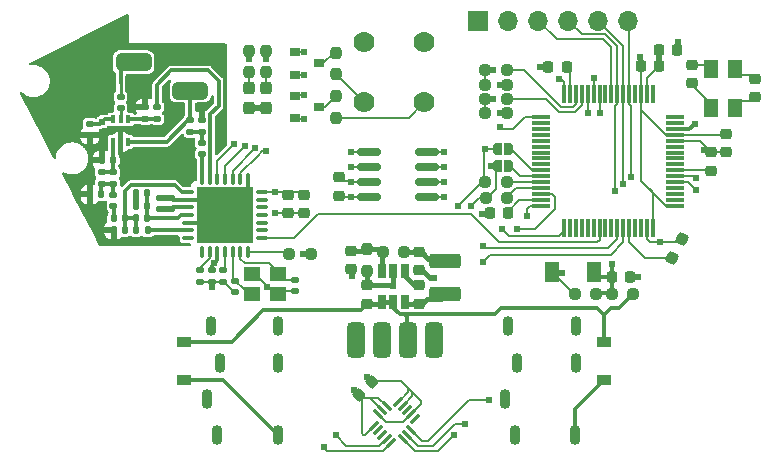
<source format=gtl>
G04 #@! TF.GenerationSoftware,KiCad,Pcbnew,(6.0.0)*
G04 #@! TF.CreationDate,2022-01-15T05:03:17-05:00*
G04 #@! TF.ProjectId,spin-tgd-control,7370696e-2d74-4676-942d-636f6e74726f,rev?*
G04 #@! TF.SameCoordinates,Original*
G04 #@! TF.FileFunction,Copper,L1,Top*
G04 #@! TF.FilePolarity,Positive*
%FSLAX46Y46*%
G04 Gerber Fmt 4.6, Leading zero omitted, Abs format (unit mm)*
G04 Created by KiCad (PCBNEW (6.0.0)) date 2022-01-15 05:03:17*
%MOMM*%
%LPD*%
G01*
G04 APERTURE LIST*
G04 Aperture macros list*
%AMRoundRect*
0 Rectangle with rounded corners*
0 $1 Rounding radius*
0 $2 $3 $4 $5 $6 $7 $8 $9 X,Y pos of 4 corners*
0 Add a 4 corners polygon primitive as box body*
4,1,4,$2,$3,$4,$5,$6,$7,$8,$9,$2,$3,0*
0 Add four circle primitives for the rounded corners*
1,1,$1+$1,$2,$3*
1,1,$1+$1,$4,$5*
1,1,$1+$1,$6,$7*
1,1,$1+$1,$8,$9*
0 Add four rect primitives between the rounded corners*
20,1,$1+$1,$2,$3,$4,$5,0*
20,1,$1+$1,$4,$5,$6,$7,0*
20,1,$1+$1,$6,$7,$8,$9,0*
20,1,$1+$1,$8,$9,$2,$3,0*%
%AMRotRect*
0 Rectangle, with rotation*
0 The origin of the aperture is its center*
0 $1 length*
0 $2 width*
0 $3 Rotation angle, in degrees counterclockwise*
0 Add horizontal line*
21,1,$1,$2,0,0,$3*%
%AMFreePoly0*
4,1,13,0.500000,-0.500000,0.000000,-0.500000,-0.095671,-0.480970,-0.176777,-0.426777,-0.230970,-0.345671,-0.250000,-0.250000,-0.250000,0.250000,-0.230970,0.345671,-0.176777,0.426777,-0.095671,0.480970,0.000000,0.500000,0.500000,0.500000,0.500000,-0.500000,0.500000,-0.500000,$1*%
%AMFreePoly1*
4,1,13,0.095671,0.480970,0.176777,0.426777,0.230970,0.345671,0.250000,0.250000,0.250000,-0.250000,0.230970,-0.345671,0.176777,-0.426777,0.095671,-0.480970,0.000000,-0.500000,-0.500000,-0.500000,-0.500000,0.500000,0.000000,0.500000,0.095671,0.480970,0.095671,0.480970,$1*%
G04 Aperture macros list end*
G04 #@! TA.AperFunction,SMDPad,CuDef*
%ADD10RoundRect,0.225000X-0.225000X-0.250000X0.225000X-0.250000X0.225000X0.250000X-0.225000X0.250000X0*%
G04 #@! TD*
G04 #@! TA.AperFunction,SMDPad,CuDef*
%ADD11RoundRect,0.225000X0.250000X-0.225000X0.250000X0.225000X-0.250000X0.225000X-0.250000X-0.225000X0*%
G04 #@! TD*
G04 #@! TA.AperFunction,SMDPad,CuDef*
%ADD12RoundRect,0.225000X-0.250000X0.225000X-0.250000X-0.225000X0.250000X-0.225000X0.250000X0.225000X0*%
G04 #@! TD*
G04 #@! TA.AperFunction,SMDPad,CuDef*
%ADD13RoundRect,0.140000X0.170000X-0.140000X0.170000X0.140000X-0.170000X0.140000X-0.170000X-0.140000X0*%
G04 #@! TD*
G04 #@! TA.AperFunction,SMDPad,CuDef*
%ADD14RoundRect,0.140000X-0.170000X0.140000X-0.170000X-0.140000X0.170000X-0.140000X0.170000X0.140000X0*%
G04 #@! TD*
G04 #@! TA.AperFunction,SMDPad,CuDef*
%ADD15RoundRect,0.250000X1.075000X-0.375000X1.075000X0.375000X-1.075000X0.375000X-1.075000X-0.375000X0*%
G04 #@! TD*
G04 #@! TA.AperFunction,SMDPad,CuDef*
%ADD16R,0.900000X0.800000*%
G04 #@! TD*
G04 #@! TA.AperFunction,SMDPad,CuDef*
%ADD17RoundRect,0.237500X0.250000X0.237500X-0.250000X0.237500X-0.250000X-0.237500X0.250000X-0.237500X0*%
G04 #@! TD*
G04 #@! TA.AperFunction,SMDPad,CuDef*
%ADD18RoundRect,0.237500X-0.237500X0.250000X-0.237500X-0.250000X0.237500X-0.250000X0.237500X0.250000X0*%
G04 #@! TD*
G04 #@! TA.AperFunction,SMDPad,CuDef*
%ADD19R,0.650000X1.220000*%
G04 #@! TD*
G04 #@! TA.AperFunction,SMDPad,CuDef*
%ADD20RotRect,1.000000X0.300000X45.000000*%
G04 #@! TD*
G04 #@! TA.AperFunction,SMDPad,CuDef*
%ADD21RotRect,0.300000X1.000000X45.000000*%
G04 #@! TD*
G04 #@! TA.AperFunction,SMDPad,CuDef*
%ADD22RoundRect,0.075000X0.075000X-0.425000X0.075000X0.425000X-0.075000X0.425000X-0.075000X-0.425000X0*%
G04 #@! TD*
G04 #@! TA.AperFunction,SMDPad,CuDef*
%ADD23RoundRect,0.075000X0.425000X-0.075000X0.425000X0.075000X-0.425000X0.075000X-0.425000X-0.075000X0*%
G04 #@! TD*
G04 #@! TA.AperFunction,SMDPad,CuDef*
%ADD24R,4.800000X4.800000*%
G04 #@! TD*
G04 #@! TA.AperFunction,SMDPad,CuDef*
%ADD25R,1.400000X1.200000*%
G04 #@! TD*
G04 #@! TA.AperFunction,ComponentPad*
%ADD26C,1.778000*%
G04 #@! TD*
G04 #@! TA.AperFunction,SMDPad,CuDef*
%ADD27RoundRect,0.237500X-0.098116X0.330574X-0.325112X-0.114929X0.098116X-0.330574X0.325112X0.114929X0*%
G04 #@! TD*
G04 #@! TA.AperFunction,SMDPad,CuDef*
%ADD28R,1.300000X1.600000*%
G04 #@! TD*
G04 #@! TA.AperFunction,SMDPad,CuDef*
%ADD29RoundRect,0.140000X0.140000X0.170000X-0.140000X0.170000X-0.140000X-0.170000X0.140000X-0.170000X0*%
G04 #@! TD*
G04 #@! TA.AperFunction,SMDPad,CuDef*
%ADD30R,1.200000X0.900000*%
G04 #@! TD*
G04 #@! TA.AperFunction,ComponentPad*
%ADD31RoundRect,0.375000X1.125000X-0.375000X1.125000X0.375000X-1.125000X0.375000X-1.125000X-0.375000X0*%
G04 #@! TD*
G04 #@! TA.AperFunction,ComponentPad*
%ADD32O,0.900000X1.700000*%
G04 #@! TD*
G04 #@! TA.AperFunction,SMDPad,CuDef*
%ADD33RoundRect,0.150000X-0.825000X-0.150000X0.825000X-0.150000X0.825000X0.150000X-0.825000X0.150000X0*%
G04 #@! TD*
G04 #@! TA.AperFunction,ComponentPad*
%ADD34RoundRect,0.375000X-0.375000X-1.125000X0.375000X-1.125000X0.375000X1.125000X-0.375000X1.125000X0*%
G04 #@! TD*
G04 #@! TA.AperFunction,SMDPad,CuDef*
%ADD35RoundRect,0.147500X0.172500X-0.147500X0.172500X0.147500X-0.172500X0.147500X-0.172500X-0.147500X0*%
G04 #@! TD*
G04 #@! TA.AperFunction,ComponentPad*
%ADD36R,1.700000X1.700000*%
G04 #@! TD*
G04 #@! TA.AperFunction,ComponentPad*
%ADD37O,1.700000X1.700000*%
G04 #@! TD*
G04 #@! TA.AperFunction,SMDPad,CuDef*
%ADD38RoundRect,0.135000X0.185000X-0.135000X0.185000X0.135000X-0.185000X0.135000X-0.185000X-0.135000X0*%
G04 #@! TD*
G04 #@! TA.AperFunction,SMDPad,CuDef*
%ADD39RoundRect,0.225000X0.225000X0.250000X-0.225000X0.250000X-0.225000X-0.250000X0.225000X-0.250000X0*%
G04 #@! TD*
G04 #@! TA.AperFunction,SMDPad,CuDef*
%ADD40R,1.300000X1.700000*%
G04 #@! TD*
G04 #@! TA.AperFunction,SMDPad,CuDef*
%ADD41RoundRect,0.147500X-0.147500X-0.172500X0.147500X-0.172500X0.147500X0.172500X-0.147500X0.172500X0*%
G04 #@! TD*
G04 #@! TA.AperFunction,SMDPad,CuDef*
%ADD42RoundRect,0.237500X-0.250000X-0.237500X0.250000X-0.237500X0.250000X0.237500X-0.250000X0.237500X0*%
G04 #@! TD*
G04 #@! TA.AperFunction,SMDPad,CuDef*
%ADD43FreePoly0,0.000000*%
G04 #@! TD*
G04 #@! TA.AperFunction,SMDPad,CuDef*
%ADD44FreePoly1,0.000000*%
G04 #@! TD*
G04 #@! TA.AperFunction,SMDPad,CuDef*
%ADD45RoundRect,0.237500X0.237500X-0.287500X0.237500X0.287500X-0.237500X0.287500X-0.237500X-0.287500X0*%
G04 #@! TD*
G04 #@! TA.AperFunction,SMDPad,CuDef*
%ADD46RoundRect,0.147500X0.147500X0.172500X-0.147500X0.172500X-0.147500X-0.172500X0.147500X-0.172500X0*%
G04 #@! TD*
G04 #@! TA.AperFunction,SMDPad,CuDef*
%ADD47RoundRect,0.075000X0.700000X0.075000X-0.700000X0.075000X-0.700000X-0.075000X0.700000X-0.075000X0*%
G04 #@! TD*
G04 #@! TA.AperFunction,SMDPad,CuDef*
%ADD48RoundRect,0.075000X0.075000X0.700000X-0.075000X0.700000X-0.075000X-0.700000X0.075000X-0.700000X0*%
G04 #@! TD*
G04 #@! TA.AperFunction,SMDPad,CuDef*
%ADD49R,0.400000X0.650000*%
G04 #@! TD*
G04 #@! TA.AperFunction,SMDPad,CuDef*
%ADD50RoundRect,0.225000X0.017678X-0.335876X0.335876X-0.017678X-0.017678X0.335876X-0.335876X0.017678X0*%
G04 #@! TD*
G04 #@! TA.AperFunction,ViaPad*
%ADD51C,0.609600*%
G04 #@! TD*
G04 #@! TA.AperFunction,Conductor*
%ADD52C,0.250000*%
G04 #@! TD*
G04 #@! TA.AperFunction,Conductor*
%ADD53C,0.304800*%
G04 #@! TD*
G04 #@! TA.AperFunction,Conductor*
%ADD54C,0.406400*%
G04 #@! TD*
G04 #@! TA.AperFunction,Conductor*
%ADD55C,0.203200*%
G04 #@! TD*
G04 APERTURE END LIST*
D10*
X18412500Y-22900000D03*
X19962500Y-22900000D03*
D11*
X-2300000Y-25135000D03*
X-2300000Y-23585000D03*
D12*
X2100000Y-23585000D03*
X2100000Y-25135000D03*
D11*
X-3662500Y-22222500D03*
X-3662500Y-20672500D03*
D12*
X2100000Y-20785000D03*
X2100000Y-22335000D03*
D13*
X-8400000Y-24080000D03*
X-8400000Y-23120000D03*
X-13500000Y-24180000D03*
X-13500000Y-23220000D03*
D14*
X-14489500Y-22320000D03*
X-14489500Y-23280000D03*
X-15500000Y-22320000D03*
X-15500000Y-23280000D03*
X-16500000Y-22320000D03*
X-16500000Y-23280000D03*
D13*
X-18900000Y-17130000D03*
X-18900000Y-16170000D03*
X-19900000Y-17120000D03*
X-19900000Y-16160000D03*
D15*
X4306500Y-24356000D03*
X4306500Y-21556000D03*
D16*
X-8400000Y-3850000D03*
X-8400000Y-5750000D03*
X-6400000Y-4800000D03*
X-8400000Y-7550000D03*
X-8400000Y-9450000D03*
X-6400000Y-8500000D03*
D17*
X20212500Y-24300000D03*
X18387500Y-24300000D03*
X17062500Y-24300000D03*
X15237500Y-24300000D03*
X9512500Y-7800000D03*
X7687500Y-7800000D03*
X9512500Y-5400000D03*
X7687500Y-5400000D03*
D18*
X-5000000Y-3887500D03*
X-5000000Y-5712500D03*
X-5000000Y-7587500D03*
X-5000000Y-9412500D03*
D17*
X812500Y-20760000D03*
X-1012500Y-20760000D03*
D18*
X-2300000Y-20547500D03*
X-2300000Y-22372500D03*
D17*
X-7087500Y-20900000D03*
X-8912500Y-20900000D03*
D19*
X850000Y-22350000D03*
X-100000Y-22350000D03*
X-1050000Y-22350000D03*
X-1050000Y-24970000D03*
X-100000Y-24970000D03*
X850000Y-24970000D03*
D20*
X-1732412Y-35518198D03*
X-1378858Y-35871751D03*
X-1025305Y-36225305D03*
X-671751Y-36578858D03*
X-318198Y-36932412D03*
D21*
X671751Y-36578858D03*
X1025305Y-36225305D03*
X1378858Y-35871751D03*
D20*
X1732412Y-34881802D03*
X1378858Y-34528249D03*
X1025305Y-34174695D03*
X671751Y-33821142D03*
X318198Y-33467588D03*
D21*
X-671751Y-33821142D03*
X-1025305Y-34174695D03*
X-1378858Y-34528249D03*
D22*
X-16300000Y-20750000D03*
X-15650000Y-20750000D03*
X-15000000Y-20750000D03*
X-14350000Y-20750000D03*
X-13700000Y-20750000D03*
X-13050000Y-20750000D03*
X-12400000Y-20750000D03*
D23*
X-11250000Y-19600000D03*
X-11250000Y-18950000D03*
X-11250000Y-18300000D03*
X-11250000Y-17650000D03*
X-11250000Y-17000000D03*
X-11250000Y-16350000D03*
X-11250000Y-15700000D03*
D22*
X-12400000Y-14550000D03*
X-13050000Y-14550000D03*
X-13700000Y-14550000D03*
X-14350000Y-14550000D03*
X-15000000Y-14550000D03*
X-15650000Y-14550000D03*
X-16300000Y-14550000D03*
D23*
X-17450000Y-15700000D03*
X-17450000Y-16350000D03*
X-17450000Y-17000000D03*
X-17450000Y-17650000D03*
X-17450000Y-18300000D03*
X-17450000Y-18950000D03*
X-17450000Y-19600000D03*
D24*
X-14350000Y-17650000D03*
D25*
X-9850000Y-22650000D03*
X-12050000Y-22650000D03*
X-12050000Y-24350000D03*
X-9850000Y-24350000D03*
D26*
X2514000Y-3014000D03*
X-2566000Y-3014000D03*
X-2566000Y-8094000D03*
X2514000Y-8094000D03*
D14*
X-17300000Y-9620000D03*
X-17300000Y-10580000D03*
D27*
X24314266Y-19686957D03*
X23485734Y-21313043D03*
D12*
X-9000000Y-15925000D03*
X-9000000Y-17475000D03*
D28*
X28800000Y-8550000D03*
X28800000Y-5250000D03*
X26800000Y-5250000D03*
X26800000Y-8550000D03*
D29*
X-22820000Y-18900000D03*
X-23780000Y-18900000D03*
D13*
X-16300000Y-10580000D03*
X-16300000Y-9620000D03*
D12*
X30500000Y-6125000D03*
X30500000Y-7675000D03*
D18*
X-10900000Y-3718750D03*
X-10900000Y-5543750D03*
D30*
X17700000Y-28350000D03*
X17700000Y-31650000D03*
D12*
X28100000Y-10775000D03*
X28100000Y-12325000D03*
D11*
X25200000Y-6475000D03*
X25200000Y-4925000D03*
D31*
X-22100000Y-4700000D03*
D13*
X-25800000Y-10880000D03*
X-25800000Y-9920000D03*
D32*
X15300000Y-36300000D03*
X10170000Y-36300000D03*
X15340000Y-27000000D03*
X9640000Y-27000000D03*
X10390000Y-30200000D03*
X15340000Y-30200000D03*
X9350000Y-33250000D03*
D33*
X-2200000Y-12320000D03*
X-2200000Y-13590000D03*
X-2200000Y-14860000D03*
X-2200000Y-16130000D03*
X2750000Y-16130000D03*
X2750000Y-14860000D03*
X2750000Y-13590000D03*
X2750000Y-12320000D03*
D29*
X-22820000Y-17900000D03*
X-23780000Y-17900000D03*
D34*
X-1100000Y-28250000D03*
D35*
X-23800000Y-16885000D03*
X-23800000Y-15915000D03*
D12*
X-4700000Y-14450000D03*
X-4700000Y-16000000D03*
D36*
X7100000Y-1200000D03*
D37*
X9640000Y-1200000D03*
X12180000Y-1200000D03*
X14720000Y-1200000D03*
X17260000Y-1200000D03*
X19800000Y-1200000D03*
D30*
X-17800000Y-28350000D03*
X-17800000Y-31650000D03*
D29*
X-23820000Y-13000000D03*
X-24780000Y-13000000D03*
D38*
X-20100000Y-9510000D03*
X-20100000Y-8490000D03*
D35*
X-23800000Y-14985000D03*
X-23800000Y-14015000D03*
D39*
X23925000Y-3700000D03*
X22375000Y-3700000D03*
D17*
X9512500Y-6600000D03*
X7687500Y-6600000D03*
D40*
X16850000Y-22500000D03*
X13350000Y-22500000D03*
D41*
X-21905000Y-17900000D03*
X-20935000Y-17900000D03*
D42*
X7687500Y-14850000D03*
X9512500Y-14850000D03*
D43*
X8550000Y-12050000D03*
D44*
X9750000Y-12050000D03*
D34*
X-3300000Y-28250000D03*
D29*
X-24820000Y-15900000D03*
X-25780000Y-15900000D03*
D12*
X26800000Y-12325000D03*
X26800000Y-13875000D03*
D18*
X-12300000Y-3718750D03*
X-12300000Y-5543750D03*
D34*
X3300000Y-28250000D03*
D17*
X9537500Y-16175000D03*
X7712500Y-16175000D03*
D31*
X-17300000Y-7100000D03*
D45*
X-10900000Y-8606250D03*
X-10900000Y-6856250D03*
D43*
X8550000Y-13450000D03*
D44*
X9750000Y-13450000D03*
D45*
X-12300000Y-8606250D03*
X-12300000Y-6856250D03*
D39*
X9600000Y-17500000D03*
X8050000Y-17500000D03*
D17*
X9512500Y-9000000D03*
X7687500Y-9000000D03*
D13*
X-24800000Y-14980000D03*
X-24800000Y-14020000D03*
X-23200000Y-8580000D03*
X-23200000Y-7620000D03*
D34*
X1100000Y-28250000D03*
D46*
X-20915000Y-18950000D03*
X-21885000Y-18950000D03*
D29*
X-20920000Y-16850000D03*
X-21880000Y-16850000D03*
D10*
X20825000Y-5000000D03*
X22375000Y-5000000D03*
D29*
X-20920000Y-15800000D03*
X-21880000Y-15800000D03*
D32*
X-9900000Y-36300000D03*
X-15030000Y-36300000D03*
X-9860000Y-27000000D03*
X-15560000Y-27000000D03*
X-14810000Y-30200000D03*
X-9860000Y-30200000D03*
X-15850000Y-33250000D03*
D47*
X23775000Y-16850000D03*
X23775000Y-16350000D03*
X23775000Y-15850000D03*
X23775000Y-15350000D03*
X23775000Y-14850000D03*
X23775000Y-14350000D03*
X23775000Y-13850000D03*
X23775000Y-13350000D03*
X23775000Y-12850000D03*
X23775000Y-12350000D03*
X23775000Y-11850000D03*
X23775000Y-11350000D03*
X23775000Y-10850000D03*
X23775000Y-10350000D03*
X23775000Y-9850000D03*
X23775000Y-9350000D03*
D48*
X21850000Y-7425000D03*
X21350000Y-7425000D03*
X20850000Y-7425000D03*
X20350000Y-7425000D03*
X19850000Y-7425000D03*
X19350000Y-7425000D03*
X18850000Y-7425000D03*
X18350000Y-7425000D03*
X17850000Y-7425000D03*
X17350000Y-7425000D03*
X16850000Y-7425000D03*
X16350000Y-7425000D03*
X15850000Y-7425000D03*
X15350000Y-7425000D03*
X14850000Y-7425000D03*
X14350000Y-7425000D03*
D47*
X12425000Y-9350000D03*
X12425000Y-9850000D03*
X12425000Y-10350000D03*
X12425000Y-10850000D03*
X12425000Y-11350000D03*
X12425000Y-11850000D03*
X12425000Y-12350000D03*
X12425000Y-12850000D03*
X12425000Y-13350000D03*
X12425000Y-13850000D03*
X12425000Y-14350000D03*
X12425000Y-14850000D03*
X12425000Y-15350000D03*
X12425000Y-15850000D03*
X12425000Y-16350000D03*
X12425000Y-16850000D03*
D48*
X14350000Y-18775000D03*
X14850000Y-18775000D03*
X15350000Y-18775000D03*
X15850000Y-18775000D03*
X16350000Y-18775000D03*
X16850000Y-18775000D03*
X17350000Y-18775000D03*
X17850000Y-18775000D03*
X18350000Y-18775000D03*
X18850000Y-18775000D03*
X19350000Y-18775000D03*
X19850000Y-18775000D03*
X20350000Y-18775000D03*
X20850000Y-18775000D03*
X21350000Y-18775000D03*
X21850000Y-18775000D03*
D39*
X14575000Y-5100000D03*
X13025000Y-5100000D03*
D49*
X-23850000Y-11450000D03*
X-23200000Y-11450000D03*
X-22550000Y-11450000D03*
X-22550000Y-9550000D03*
X-23200000Y-9550000D03*
X-23850000Y-9550000D03*
D50*
X-2973008Y-32898008D03*
X-1876992Y-31801992D03*
D14*
X-21100000Y-8520000D03*
X-21100000Y-9480000D03*
D12*
X-7700000Y-15925000D03*
X-7700000Y-17475000D03*
D35*
X-16300000Y-12485000D03*
X-16300000Y-11515000D03*
D51*
X-27350000Y-14850000D03*
X-22100000Y-7450000D03*
X-10100000Y-17500000D03*
X-25050000Y-4350000D03*
X-11606250Y-8606250D03*
X-14426000Y-15828000D03*
X-29950000Y-9800000D03*
X-28900000Y-11850000D03*
X-26350000Y-7900000D03*
X-6000000Y-37300000D03*
X28600000Y-5600000D03*
X-3700000Y-16090000D03*
X-24600000Y-8500000D03*
X26200000Y-12100000D03*
X-19800000Y-14200000D03*
X-23000000Y-1400000D03*
X-12521000Y-19511000D03*
X-17600000Y-14400000D03*
X-27400000Y-3600000D03*
X-30800000Y-8150000D03*
X-17600000Y-11800000D03*
X20600000Y-22900000D03*
X-10800000Y-23700000D03*
X-14426000Y-17733000D03*
X-14426000Y-19511000D03*
X12350000Y-5100000D03*
X-15500000Y-23750000D03*
X-28550000Y-8100000D03*
X-16204000Y-19511000D03*
X-21400000Y-19800000D03*
X-16204000Y-15828000D03*
X-29650000Y-4650000D03*
X-100000Y-23660000D03*
X22400000Y-4350000D03*
X-20000000Y-12400000D03*
X22500000Y-19900000D03*
X-21880000Y-16330000D03*
X-25950000Y-14250000D03*
X-27400000Y-6000000D03*
X14150000Y-22550000D03*
X-27100000Y-10100000D03*
X-16204000Y-17733000D03*
X-19400000Y-16180000D03*
X-24550000Y-6200000D03*
X-22600000Y-12800000D03*
X-16100000Y-4550000D03*
X-25600000Y-17800000D03*
X-25000000Y-2400000D03*
X7425000Y-17525000D03*
X-22200000Y-14200000D03*
X-23500000Y-3050000D03*
X-2350000Y-31350000D03*
X-20200000Y-3500000D03*
X-14800000Y-3600000D03*
X-14700000Y-10650000D03*
X26600000Y-8200000D03*
X3362500Y-22935000D03*
X-17800000Y-3600000D03*
X-21150000Y-6350000D03*
X-24600000Y-19800000D03*
X-12521000Y-15828000D03*
X-12521000Y-17733000D03*
X-19600000Y-4600000D03*
X-16400000Y-8600000D03*
X-18800000Y-19800000D03*
X-3637500Y-22835000D03*
X8900000Y-9000000D03*
X-24750000Y-9750000D03*
X-15250000Y-21700000D03*
X-7750000Y-20900000D03*
X-10900000Y-4431250D03*
X11200000Y-17750000D03*
X4287500Y-21550000D03*
X-3425000Y-32425000D03*
X-3700000Y-14825000D03*
X20800000Y-4300000D03*
X-10100000Y-15700000D03*
X5100000Y-21550000D03*
X4200000Y-13590000D03*
X-19400000Y-17130000D03*
X13900000Y-6100000D03*
X24000000Y-3000000D03*
X8900000Y-6600000D03*
X3500000Y-21550000D03*
X-7700000Y-5800000D03*
X4200000Y-12290000D03*
X-7700000Y-9500000D03*
X28600000Y-8900000D03*
X25550000Y-15550000D03*
X27000000Y-5600000D03*
X25550000Y-14500000D03*
X8300000Y-7800000D03*
X-7700000Y-3800000D03*
X-7700000Y-7500000D03*
X8300000Y-5400000D03*
X-3700000Y-13575000D03*
X6000000Y-35300000D03*
X-11800000Y-12000000D03*
X19350000Y-15000000D03*
X4200000Y-16140000D03*
X18700000Y-15600000D03*
X-12700000Y-11800000D03*
X5000000Y-36300000D03*
X4200000Y-14840000D03*
X-10900000Y-12200000D03*
X20000000Y-14400000D03*
X-5000000Y-36300000D03*
X10400000Y-18800000D03*
X9100000Y-18800000D03*
X25400000Y-9900000D03*
X18400000Y-21800000D03*
X7450000Y-20250000D03*
X7450000Y-21650000D03*
X-3700000Y-12340000D03*
X17350000Y-9025000D03*
X16850000Y-6050000D03*
X8000000Y-33300000D03*
X-13600000Y-11600000D03*
X16350000Y-9000000D03*
X-12300000Y-4431250D03*
X8900000Y-10150000D03*
X6500000Y-16850000D03*
X8175000Y-13450000D03*
X5400000Y-16840000D03*
X7675000Y-12075000D03*
D52*
X-23200000Y-8580000D02*
X-23200000Y-9550000D01*
X-23200000Y-6470000D02*
X-23200000Y-7620000D01*
D53*
X-23200000Y-6470000D02*
X-23200000Y-5000000D01*
D54*
X3362500Y-22935000D02*
X2962500Y-22935000D01*
D55*
X-12094000Y-22406000D02*
X-12094000Y-22402000D01*
X20600000Y-22900000D02*
X19962500Y-22900000D01*
X318198Y-33467588D02*
X332412Y-33467588D01*
X-8400000Y-24080000D02*
X-9580000Y-24080000D01*
D54*
X2962500Y-22935000D02*
X2362500Y-22335000D01*
D53*
X-17337500Y-18300000D02*
X-15000000Y-18300000D01*
X-12400000Y-14550000D02*
X-12400000Y-15707000D01*
D55*
X-13668000Y-24032000D02*
X-14489500Y-23210500D01*
X22375000Y-3700000D02*
X22375000Y-5000000D01*
D54*
X-100000Y-23660000D02*
X-100000Y-22350000D01*
D55*
X28825000Y-5275000D02*
X28800000Y-5250000D01*
D54*
X2362500Y-22335000D02*
X2100000Y-22335000D01*
D55*
X23775000Y-11350000D02*
X25825000Y-11350000D01*
X1075000Y-32225000D02*
X1500000Y-32650000D01*
X24101223Y-19900000D02*
X24314266Y-19686957D01*
X-9000000Y-17475000D02*
X-7700000Y-17475000D01*
X26800000Y-8550000D02*
X26800000Y-8500000D01*
D54*
X-12400000Y-15700000D02*
X-14350000Y-17650000D01*
D53*
X-12400000Y-15707000D02*
X-12521000Y-15828000D01*
D55*
X-11606250Y-8606250D02*
X-10900000Y-8606250D01*
X-10100000Y-17500000D02*
X-9025000Y-17500000D01*
X30500000Y-6125000D02*
X30175000Y-5800000D01*
X21600000Y-19900000D02*
X22500000Y-19900000D01*
D54*
X-2300000Y-23585000D02*
X-2300000Y-22372500D01*
D55*
X22375000Y-5025000D02*
X22375000Y-5000000D01*
X1500000Y-32650000D02*
X1500000Y-32992893D01*
X1150000Y-32650000D02*
X1150000Y-32300000D01*
D53*
X15375000Y-24387500D02*
X15237500Y-24250000D01*
D55*
X12400000Y-5100000D02*
X12350000Y-5050000D01*
X21350000Y-7425000D02*
X21350000Y-6050000D01*
X-1371751Y-34528249D02*
X-700000Y-35200000D01*
D53*
X-16726000Y-16350000D02*
X-16775000Y-16350000D01*
D55*
X22500000Y-19900000D02*
X24101223Y-19900000D01*
X-9025000Y-17500000D02*
X-9000000Y-17475000D01*
X-10398000Y-24102000D02*
X-12094000Y-22406000D01*
D53*
X-19600000Y-16170000D02*
X-18900000Y-16170000D01*
D55*
X-318198Y-36932412D02*
X-985786Y-37600000D01*
X-9894000Y-24102000D02*
X-10398000Y-24102000D01*
X-14489500Y-23280000D02*
X-16500000Y-23280000D01*
X27425000Y-12325000D02*
X26800000Y-12325000D01*
X-2200000Y-16130000D02*
X-4570000Y-16130000D01*
X15150000Y-24300000D02*
X13350000Y-22500000D01*
X-5700000Y-37600000D02*
X-6000000Y-37300000D01*
D53*
X-18720000Y-16350000D02*
X-17450000Y-16350000D01*
D55*
X30175000Y-5800000D02*
X29700000Y-5800000D01*
D53*
X-18900000Y-16170000D02*
X-18720000Y-16350000D01*
D55*
X1500000Y-32650000D02*
X2250000Y-33400000D01*
X29700000Y-5800000D02*
X29350000Y-5800000D01*
X551992Y-31701992D02*
X-1801992Y-31701992D01*
D54*
X-2300000Y-23585000D02*
X-175000Y-23585000D01*
X-175000Y-23585000D02*
X-100000Y-23660000D01*
D55*
X-1378858Y-34528249D02*
X-1371751Y-34528249D01*
X29350000Y-5800000D02*
X28825000Y-5275000D01*
X1150000Y-32300000D02*
X1075000Y-32225000D01*
X1075000Y-32225000D02*
X551992Y-31701992D01*
X-15650000Y-16350000D02*
X-14350000Y-17650000D01*
X26800000Y-8250000D02*
X25200000Y-6650000D01*
X671751Y-33821142D02*
X678858Y-33821142D01*
X332412Y-33467588D02*
X1150000Y-32650000D01*
X21350000Y-19650000D02*
X21600000Y-19900000D01*
X707107Y-35200000D02*
X1378858Y-34528249D01*
X13025000Y-5100000D02*
X12400000Y-5100000D01*
D54*
X-100000Y-22350000D02*
X-100000Y-22374722D01*
D55*
X1500000Y-32992893D02*
X671751Y-33821142D01*
X21350000Y-18775000D02*
X21350000Y-19650000D01*
D53*
X-15000000Y-18300000D02*
X-14350000Y-17650000D01*
D55*
X21350000Y-6050000D02*
X22375000Y-5025000D01*
X-12300000Y-8606250D02*
X-11606250Y-8606250D01*
X-985786Y-37600000D02*
X-5700000Y-37600000D01*
D53*
X-16775000Y-16350000D02*
X-17450000Y-16350000D01*
D55*
X-318198Y-36932412D02*
X-332412Y-36932412D01*
X-9580000Y-24080000D02*
X-9850000Y-24350000D01*
X2250000Y-33400000D02*
X2250000Y-33657107D01*
X28100000Y-12325000D02*
X27425000Y-12325000D01*
X-13494000Y-24032000D02*
X-13668000Y-24032000D01*
X15237500Y-24300000D02*
X15150000Y-24300000D01*
X25825000Y-11350000D02*
X26800000Y-12325000D01*
X-16206750Y-18300000D02*
X-17393250Y-18300000D01*
X26800000Y-8500000D02*
X26800000Y-8250000D01*
X25200000Y-6650000D02*
X25200000Y-6475000D01*
X-700000Y-35200000D02*
X707107Y-35200000D01*
X-4570000Y-16130000D02*
X-4700000Y-16000000D01*
D53*
X-21880000Y-16850000D02*
X-21880000Y-16330000D01*
D55*
X2250000Y-33657107D02*
X1378858Y-34528249D01*
D53*
X-21880000Y-16330000D02*
X-21880000Y-15800000D01*
X-16204000Y-15828000D02*
X-16726000Y-16350000D01*
D54*
X2100000Y-20785000D02*
X2100000Y-20785000D01*
D55*
X-8350000Y-5800000D02*
X-8400000Y-5750000D01*
D53*
X-15000000Y-21450000D02*
X-15000000Y-20750000D01*
D55*
X20825000Y-4325000D02*
X20800000Y-4300000D01*
D54*
X2100000Y-20785000D02*
X2281250Y-20785000D01*
X1487500Y-20760000D02*
X2075000Y-20760000D01*
D55*
X-1025305Y-34174695D02*
X-2100000Y-33100000D01*
X-2464214Y-36250000D02*
X-1732412Y-35518198D01*
X28100000Y-10775000D02*
X28025000Y-10850000D01*
X-10900000Y-4431250D02*
X-10900000Y-3718750D01*
X-8350000Y-9500000D02*
X-8400000Y-9450000D01*
D53*
X-18770000Y-17000000D02*
X-18900000Y-17130000D01*
D55*
X14100000Y-6100000D02*
X13800000Y-6100000D01*
X-10100000Y-15700000D02*
X-9000000Y-15700000D01*
X28025000Y-10850000D02*
X23775000Y-10850000D01*
X11450000Y-16850000D02*
X12425000Y-16850000D01*
X22968086Y-10850000D02*
X23775000Y-10850000D01*
X-2596016Y-33100000D02*
X-2898008Y-32798008D01*
D53*
X-3637500Y-22247500D02*
X-3662500Y-22222500D01*
D55*
X-2800000Y-36100000D02*
X-2650000Y-36250000D01*
X20850000Y-14731914D02*
X21009043Y-14890957D01*
D53*
X-15500000Y-22320000D02*
X-15500000Y-21950000D01*
D54*
X2281250Y-20785000D02*
X2765625Y-21269375D01*
D53*
X-24920000Y-9920000D02*
X-24750000Y-9750000D01*
D55*
X20850000Y-7425000D02*
X20850000Y-8550000D01*
D54*
X2075000Y-20760000D02*
X2100000Y-20785000D01*
D55*
X-2100000Y-33100000D02*
X-2200000Y-33100000D01*
X-2200000Y-33100000D02*
X-2596016Y-33100000D01*
X20850000Y-14700000D02*
X20850000Y-9250000D01*
D53*
X-15500000Y-21950000D02*
X-15000000Y-21450000D01*
D55*
X-9000000Y-15700000D02*
X-7925000Y-15700000D01*
X2750000Y-12320000D02*
X4170000Y-12320000D01*
X-9000000Y-15925000D02*
X-9000000Y-15700000D01*
X-671751Y-33821142D02*
X-1392893Y-33100000D01*
X21850000Y-15731914D02*
X21009043Y-14890957D01*
D53*
X-3637500Y-22835000D02*
X-3637500Y-22247500D01*
D55*
X22968086Y-16850000D02*
X23775000Y-16850000D01*
D54*
X3052250Y-21556000D02*
X4306500Y-21556000D01*
D53*
X-17450000Y-17000000D02*
X-18770000Y-17000000D01*
D54*
X675000Y-20622500D02*
X812500Y-20760000D01*
D55*
X20850000Y-8731914D02*
X22968086Y-10850000D01*
X20850000Y-7425000D02*
X20850000Y-5025000D01*
X21850000Y-18775000D02*
X21850000Y-15731914D01*
X20850000Y-8550000D02*
X20850000Y-8731914D01*
D54*
X2765625Y-21269375D02*
X3052250Y-21556000D01*
D53*
X-24750000Y-9750000D02*
X-24550000Y-9550000D01*
D54*
X4287500Y-21537000D02*
X4306500Y-21556000D01*
D55*
X20825000Y-5000000D02*
X20825000Y-4325000D01*
X-3630000Y-14860000D02*
X-3700000Y-14790000D01*
D53*
X-25800000Y-9920000D02*
X-24920000Y-9920000D01*
D55*
X14350000Y-7425000D02*
X14350000Y-6350000D01*
X-4360000Y-14790000D02*
X-4700000Y-14450000D01*
X20850000Y-8550000D02*
X20850000Y-14731914D01*
X-7700000Y-5800000D02*
X-8350000Y-5800000D01*
D53*
X-15000000Y-20637500D02*
X-15000000Y-21325000D01*
D55*
X11200000Y-17750000D02*
X11200000Y-17100000D01*
X-11250000Y-15700000D02*
X-10100000Y-15700000D01*
X-7700000Y-9500000D02*
X-8350000Y-9500000D01*
X4200000Y-13590000D02*
X2750000Y-13590000D01*
D53*
X-24550000Y-9550000D02*
X-23850000Y-9550000D01*
D55*
X20850000Y-5025000D02*
X20825000Y-5000000D01*
X-2800000Y-32775000D02*
X-2800000Y-36100000D01*
X4170000Y-12320000D02*
X4200000Y-12290000D01*
X-7925000Y-15700000D02*
X-7700000Y-15925000D01*
D54*
X812500Y-20760000D02*
X1487500Y-20760000D01*
D55*
X-1392893Y-33100000D02*
X-2200000Y-33100000D01*
X24000000Y-3625000D02*
X23925000Y-3700000D01*
X-3700000Y-14790000D02*
X-4360000Y-14790000D01*
X24000000Y-3000000D02*
X24000000Y-3625000D01*
X14350000Y-6350000D02*
X14100000Y-6100000D01*
X21009043Y-14890957D02*
X22968086Y-16850000D01*
D53*
X-18900000Y-17130000D02*
X-19600000Y-17130000D01*
D55*
X11200000Y-17100000D02*
X11450000Y-16850000D01*
X-2650000Y-36250000D02*
X-2464214Y-36250000D01*
X-2200000Y-14860000D02*
X-3630000Y-14860000D01*
X23775000Y-13850000D02*
X26775000Y-13850000D01*
X26775000Y-13850000D02*
X26800000Y-13875000D01*
X30500000Y-7675000D02*
X30225000Y-7950000D01*
X28950000Y-8400000D02*
X28800000Y-8550000D01*
X30225000Y-7950000D02*
X29400000Y-7950000D01*
X24850000Y-14850000D02*
X25550000Y-15550000D01*
X23775000Y-14850000D02*
X24850000Y-14850000D01*
X29400000Y-7950000D02*
X28950000Y-8400000D01*
X25400000Y-14350000D02*
X25550000Y-14500000D01*
X25200000Y-4925000D02*
X26475000Y-4925000D01*
X26775000Y-5225000D02*
X26800000Y-5250000D01*
X26475000Y-4925000D02*
X26775000Y-5225000D01*
X23775000Y-14350000D02*
X25400000Y-14350000D01*
D53*
X-2815000Y-25650000D02*
X-11100000Y-25650000D01*
X8500000Y-26050000D02*
X850000Y-26050000D01*
X450000Y-26050000D02*
X-100000Y-25500000D01*
X17700000Y-28350000D02*
X17700000Y-26100000D01*
D54*
X-1215000Y-25150000D02*
X-1050000Y-24985000D01*
D53*
X-13800000Y-28350000D02*
X-17800000Y-28350000D01*
X850000Y-26050000D02*
X450000Y-26050000D01*
X9051921Y-25498079D02*
X8500000Y-26050000D01*
X20200000Y-24300000D02*
X20212500Y-24300000D01*
X-2300000Y-25135000D02*
X-2815000Y-25650000D01*
X1050000Y-29050000D02*
X1050000Y-26250000D01*
D54*
X-2300000Y-25150000D02*
X-1215000Y-25150000D01*
X-1050000Y-24985000D02*
X-100000Y-24985000D01*
D53*
X19000000Y-25500000D02*
X20200000Y-24300000D01*
X18300000Y-25500000D02*
X19000000Y-25500000D01*
D54*
X-1012500Y-25007500D02*
X-1050000Y-24970000D01*
D53*
X17700000Y-26100000D02*
X17098079Y-25498079D01*
X1050000Y-26250000D02*
X850000Y-26050000D01*
X-11100000Y-25650000D02*
X-13800000Y-28350000D01*
X17098079Y-25498079D02*
X9051921Y-25498079D01*
X17700000Y-26100000D02*
X18300000Y-25500000D01*
X-790000Y-24970000D02*
X-1050000Y-24970000D01*
X-100000Y-25500000D02*
X-100000Y-24970000D01*
D54*
X2719000Y-24734000D02*
X3928500Y-24734000D01*
X1015000Y-25150000D02*
X850000Y-24985000D01*
X2175000Y-25075000D02*
X2100000Y-25150000D01*
X2100000Y-25150000D02*
X2318000Y-25150000D01*
X2318000Y-25135000D02*
X2719000Y-24734000D01*
X3928500Y-24734000D02*
X4306500Y-24356000D01*
X2100000Y-25150000D02*
X1015000Y-25150000D01*
X1625000Y-23585000D02*
X850000Y-22810000D01*
X2100000Y-23585000D02*
X1625000Y-23585000D01*
X850000Y-22810000D02*
X850000Y-22350000D01*
X-1050000Y-22350000D02*
X-1050000Y-20797500D01*
X-2300000Y-20547500D02*
X-1225000Y-20547500D01*
D53*
X-2425000Y-20672500D02*
X-2300000Y-20547500D01*
D54*
X-1050000Y-20797500D02*
X-1012500Y-20760000D01*
X-3662500Y-20672500D02*
X-2425000Y-20672500D01*
X-1225000Y-20547500D02*
X-1012500Y-20760000D01*
D53*
X-22400000Y-4700000D02*
X-21350000Y-4700000D01*
D55*
X14850000Y-5375000D02*
X14575000Y-5100000D01*
X14850000Y-7425000D02*
X14850000Y-5375000D01*
X-6056250Y-4800000D02*
X-5143750Y-3887500D01*
X-5143750Y-3887500D02*
X-5000000Y-3887500D01*
X-6400000Y-4800000D02*
X-6056250Y-4800000D01*
X7637500Y-7800000D02*
X7637500Y-7812500D01*
X7637500Y-7812500D02*
X7637500Y-9050000D01*
X-8350000Y-3800000D02*
X-8400000Y-3850000D01*
X-7700000Y-3800000D02*
X-8350000Y-3800000D01*
X-6400000Y-8500000D02*
X-5912500Y-8500000D01*
X-5912500Y-8500000D02*
X-5000000Y-7587500D01*
X7637500Y-6550000D02*
X7637500Y-5300000D01*
X-8350000Y-7500000D02*
X-8400000Y-7550000D01*
X-7700000Y-7500000D02*
X-8350000Y-7500000D01*
X23485734Y-21313043D02*
X21213043Y-21313043D01*
X19850000Y-19950000D02*
X19850000Y-18775000D01*
X21213043Y-21313043D02*
X19850000Y-19950000D01*
X-11800000Y-12000000D02*
X-13700000Y-13900000D01*
X19350000Y-3290000D02*
X17260000Y-1200000D01*
X3245831Y-37197280D02*
X5143111Y-35300000D01*
X5143111Y-35300000D02*
X6000000Y-35300000D01*
X1997280Y-37197280D02*
X3245831Y-37197280D01*
X-2200000Y-13590000D02*
X-3685000Y-13590000D01*
X19350000Y-7425000D02*
X19350000Y-3290000D01*
X19350000Y-7425000D02*
X19350000Y-15000000D01*
X1025305Y-36225305D02*
X1997280Y-37197280D01*
X-13700000Y-13900000D02*
X-13700000Y-14550000D01*
X-3685000Y-13590000D02*
X-3700000Y-13575000D01*
X3700000Y-37600000D02*
X5000000Y-36300000D01*
X18850000Y-3359532D02*
X17841579Y-2351111D01*
X4200000Y-16140000D02*
X2760000Y-16140000D01*
X18850000Y-7425000D02*
X18850000Y-3359532D01*
X671751Y-36578858D02*
X1692893Y-37600000D01*
X18850000Y-8250000D02*
X18850000Y-7425000D01*
X15871111Y-2351111D02*
X14720000Y-1200000D01*
X-14350000Y-14550000D02*
X-14350000Y-13450000D01*
X1692893Y-37600000D02*
X3700000Y-37600000D01*
X18650000Y-15500000D02*
X18700000Y-15450000D01*
X18700000Y-8400000D02*
X18850000Y-8250000D01*
X2760000Y-16140000D02*
X2750000Y-16130000D01*
X18700000Y-15450000D02*
X18700000Y-8400000D01*
X17841579Y-2351111D02*
X15871111Y-2351111D01*
X-14350000Y-13450000D02*
X-12700000Y-11800000D01*
X-8912500Y-20900000D02*
X-9012500Y-20800000D01*
X-12350000Y-20800000D02*
X-12400000Y-20750000D01*
X-9012500Y-20800000D02*
X-12350000Y-20800000D01*
X-4102720Y-37197280D02*
X-1290173Y-37197280D01*
X-13050000Y-14100000D02*
X-11555911Y-12605911D01*
X20000000Y-14600000D02*
X20000000Y-8400000D01*
X-11150000Y-12200000D02*
X-10900000Y-12200000D01*
X-11549022Y-12605911D02*
X-11194089Y-12250978D01*
X-5000000Y-36300000D02*
X-4102720Y-37197280D01*
X20000000Y-8400000D02*
X19850000Y-8250000D01*
X-11194089Y-12250978D02*
X-11194089Y-12244089D01*
X2770000Y-14840000D02*
X2750000Y-14860000D01*
X19850000Y-2700000D02*
X19850000Y-1250000D01*
X19850000Y-7425000D02*
X19850000Y-2700000D01*
X19850000Y-8250000D02*
X19850000Y-7425000D01*
X19850000Y-1250000D02*
X19800000Y-1200000D01*
X-1290173Y-37197280D02*
X-671751Y-36578858D01*
X4200000Y-14840000D02*
X2770000Y-14840000D01*
X-13050000Y-14550000D02*
X-13050000Y-14100000D01*
X-11555911Y-12605911D02*
X-11549022Y-12605911D01*
X-11194089Y-12244089D02*
X-11150000Y-12200000D01*
X10575000Y-16350000D02*
X9575000Y-17350000D01*
X12425000Y-16350000D02*
X10575000Y-16350000D01*
D53*
X-21905000Y-17900000D02*
X-22800000Y-17900000D01*
X-22800000Y-18880000D02*
X-22820000Y-18900000D01*
X-22300000Y-15100000D02*
X-18632160Y-15100000D01*
X-22820000Y-17900000D02*
X-22820000Y-15620000D01*
X-21885000Y-18950000D02*
X-21885000Y-17920000D01*
X-18632160Y-15100000D02*
X-18032160Y-15700000D01*
X-18032160Y-15700000D02*
X-17450000Y-15700000D01*
X-21885000Y-17920000D02*
X-21905000Y-17900000D01*
X-22800000Y-17900000D02*
X-22800000Y-18880000D01*
X-22820000Y-15620000D02*
X-22300000Y-15100000D01*
X-23820000Y-11480000D02*
X-23850000Y-11450000D01*
X-23805000Y-14020000D02*
X-23800000Y-14015000D01*
X-24800000Y-14020000D02*
X-23805000Y-14020000D01*
X-23820000Y-13000000D02*
X-23820000Y-11480000D01*
X-23800000Y-14015000D02*
X-23800000Y-13020000D01*
X-23800000Y-13020000D02*
X-23820000Y-13000000D01*
X-17300000Y-7850000D02*
X-16550000Y-7100000D01*
X-17300000Y-9620000D02*
X-17470000Y-9620000D01*
X-17300000Y-9620000D02*
X-17300000Y-7850000D01*
X-17470000Y-9620000D02*
X-19300000Y-11450000D01*
X-19300000Y-11450000D02*
X-22550000Y-11450000D01*
X-18350000Y-17900000D02*
X-20935000Y-17900000D01*
X-20920000Y-17885000D02*
X-20935000Y-17900000D01*
X-20920000Y-15800000D02*
X-20920000Y-16850000D01*
X-20920000Y-16850000D02*
X-20920000Y-17885000D01*
X-17337500Y-17650000D02*
X-18100000Y-17650000D01*
X-18100000Y-17650000D02*
X-18350000Y-17900000D01*
D55*
X13550000Y-16100000D02*
X13300000Y-15850000D01*
X11850000Y-18800000D02*
X13550000Y-17100000D01*
X13300000Y-15850000D02*
X12425000Y-15850000D01*
X10400000Y-18800000D02*
X11850000Y-18800000D01*
X13550000Y-17100000D02*
X13550000Y-16100000D01*
X14350000Y-18775000D02*
X14350000Y-19000000D01*
X13944089Y-19405911D02*
X9705911Y-19405911D01*
X14350000Y-19000000D02*
X13944089Y-19405911D01*
X9705911Y-19405911D02*
X9100000Y-18800000D01*
X18275000Y-22862500D02*
X18275000Y-22862500D01*
D53*
X18400000Y-22850000D02*
X18387500Y-22862500D01*
D55*
X18412500Y-23000000D02*
X18275000Y-22862500D01*
D53*
X18387500Y-22862500D02*
X17112500Y-22862500D01*
X18412500Y-24262500D02*
X18412500Y-22887500D01*
X18400000Y-24250000D02*
X18412500Y-24262500D01*
X17062500Y-24250000D02*
X18400000Y-24250000D01*
X24950000Y-10350000D02*
X25400000Y-9900000D01*
D54*
X18275000Y-24400000D02*
X18412500Y-24262500D01*
D53*
X23775000Y-10350000D02*
X24950000Y-10350000D01*
D55*
X16925000Y-24387500D02*
X17062500Y-24250000D01*
D53*
X17112500Y-22862500D02*
X16850000Y-22600000D01*
D54*
X18275000Y-24125000D02*
X18412500Y-24262500D01*
D53*
X18412500Y-22887500D02*
X18387500Y-22862500D01*
X18400000Y-21800000D02*
X18400000Y-22850000D01*
D55*
X-4947500Y-5712500D02*
X-2566000Y-8094000D01*
X-5000000Y-5712500D02*
X-4947500Y-5712500D01*
X1195500Y-9412500D02*
X2514000Y-8094000D01*
X-5000000Y-9412500D02*
X1195500Y-9412500D01*
D53*
X2484500Y-7984500D02*
X2580000Y-8080000D01*
D55*
X-10900000Y-5543750D02*
X-10900000Y-6856250D01*
X7700000Y-20450000D02*
X7500000Y-20250000D01*
X18850000Y-18775000D02*
X18850000Y-19700000D01*
X18850000Y-19700000D02*
X18100000Y-20450000D01*
X18100000Y-20450000D02*
X7700000Y-20450000D01*
X18300480Y-20999520D02*
X19350000Y-19950000D01*
X19350000Y-19950000D02*
X19350000Y-18775000D01*
X7500000Y-21600000D02*
X8100480Y-20999520D01*
X8100480Y-20999520D02*
X18300480Y-20999520D01*
X8850000Y-19950000D02*
X17150000Y-19950000D01*
X-6448879Y-17548879D02*
X6448879Y-17548879D01*
X-11324500Y-19638000D02*
X-11362500Y-19600000D01*
X6448879Y-17548879D02*
X8850000Y-19950000D01*
X-8500000Y-19600000D02*
X-6448879Y-17548879D01*
X17150000Y-19950000D02*
X17350000Y-19750000D01*
X17350000Y-19750000D02*
X17350000Y-18775000D01*
X-11250000Y-19600000D02*
X-8500000Y-19600000D01*
X17350000Y-9025000D02*
X17350000Y-7425000D01*
X-3680000Y-12320000D02*
X-3700000Y-12340000D01*
X-2200000Y-12320000D02*
X-3680000Y-12320000D01*
X1378858Y-35871751D02*
X2301667Y-36794560D01*
X6300000Y-33300000D02*
X8000000Y-33300000D01*
X1378858Y-35871751D02*
X1378858Y-35878858D01*
X2805440Y-36794560D02*
X6300000Y-33300000D01*
X2301667Y-36794560D02*
X2805440Y-36794560D01*
X16850000Y-6050000D02*
X16850000Y-7425000D01*
X-13600000Y-11600000D02*
X-13600000Y-11650000D01*
X-15000000Y-13050000D02*
X-15000000Y-14550000D01*
X-13600000Y-11650000D02*
X-15000000Y-13050000D01*
X16350000Y-7425000D02*
X16350000Y-9000000D01*
X10650000Y-14350000D02*
X9750000Y-13450000D01*
X12425000Y-14350000D02*
X10650000Y-14350000D01*
X9818086Y-12050000D02*
X9750000Y-12050000D01*
X12425000Y-13850000D02*
X11618086Y-13850000D01*
X11618086Y-13850000D02*
X9818086Y-12050000D01*
D53*
X-20915000Y-18950000D02*
X-17337500Y-18950000D01*
X-16300000Y-14550000D02*
X-16300000Y-12485000D01*
D55*
X10261723Y-15350000D02*
X9561723Y-16050000D01*
X9561723Y-16050000D02*
X9512500Y-16050000D01*
X12425000Y-15350000D02*
X10261723Y-15350000D01*
X12425000Y-14850000D02*
X9512500Y-14850000D01*
X9512500Y-7800000D02*
X12778246Y-7800000D01*
X15265692Y-8903840D02*
X15850000Y-8319532D01*
X13882086Y-8903840D02*
X15265692Y-8903840D01*
X15850000Y-8319532D02*
X15850000Y-7425000D01*
X12778246Y-7800000D02*
X13882086Y-8903840D01*
X10947778Y-5400000D02*
X14048898Y-8501120D01*
X15350000Y-8250000D02*
X15350000Y-7425000D01*
X14048898Y-8501120D02*
X15098880Y-8501120D01*
X9512500Y-5400000D02*
X10947778Y-5400000D01*
X15098880Y-8501120D02*
X15350000Y-8250000D01*
D53*
X-20100000Y-6600000D02*
X-18900000Y-5400000D01*
X-18900000Y-5400000D02*
X-15800000Y-5400000D01*
X-15628080Y-14528080D02*
X-15650000Y-14550000D01*
X-20100000Y-8490000D02*
X-20100000Y-6600000D01*
X-14900000Y-8400000D02*
X-15628080Y-9128080D01*
X-14900000Y-6300000D02*
X-14900000Y-8400000D01*
X-15800000Y-5400000D02*
X-14900000Y-6300000D01*
X-15628080Y-9128080D02*
X-15628080Y-14528080D01*
X-17800000Y-31650000D02*
X-14550000Y-31650000D01*
X-14550000Y-31650000D02*
X-9900000Y-36300000D01*
D55*
X-12300000Y-6856250D02*
X-12300000Y-5543750D01*
X9100000Y-10350000D02*
X10050000Y-10350000D01*
X-12300000Y-4431250D02*
X-12300000Y-3750000D01*
X8900000Y-10150000D02*
X9100000Y-10350000D01*
X10050000Y-10350000D02*
X11050000Y-9350000D01*
X11050000Y-9350000D02*
X12425000Y-9350000D01*
X-12300000Y-3750000D02*
X-12300000Y-3718750D01*
X13733831Y-2753831D02*
X12180000Y-1200000D01*
X18350000Y-7425000D02*
X18350000Y-3429064D01*
X17674767Y-2753831D02*
X14696169Y-2753831D01*
X18350000Y-3429064D02*
X17674767Y-2753831D01*
X14696169Y-2753831D02*
X13733831Y-2753831D01*
X-13050000Y-20750000D02*
X-13050000Y-21350000D01*
X-8400000Y-23120000D02*
X-9380000Y-23120000D01*
X-12700000Y-21700000D02*
X-10596000Y-21700000D01*
X-13050000Y-21350000D02*
X-12700000Y-21700000D01*
X-9380000Y-23120000D02*
X-9850000Y-22650000D01*
X-13050000Y-21019414D02*
X-13050000Y-20637500D01*
X-10596000Y-21700000D02*
X-9894000Y-22402000D01*
X-12618000Y-24102000D02*
X-12094000Y-24102000D01*
X-13700000Y-20637500D02*
X-13700000Y-23020000D01*
X-13700000Y-23020000D02*
X-12618000Y-24102000D01*
X-14350000Y-20637500D02*
X-14350000Y-22180500D01*
X-14350000Y-22180500D02*
X-14489500Y-22320000D01*
X-15650000Y-20750000D02*
X-15650000Y-21243111D01*
X-16500000Y-22093111D02*
X-16500000Y-22320000D01*
X-15650000Y-20637500D02*
X-15650000Y-20989000D01*
X-15650000Y-21243111D02*
X-16500000Y-22093111D01*
D53*
X-22550000Y-9550000D02*
X-20140000Y-9550000D01*
X-20140000Y-9550000D02*
X-20100000Y-9510000D01*
X-23780000Y-17900000D02*
X-23780000Y-16905000D01*
X-23780000Y-16905000D02*
X-23800000Y-16885000D01*
X-23805000Y-14980000D02*
X-23800000Y-14985000D01*
X-23800000Y-15915000D02*
X-23800000Y-14985000D01*
X-24800000Y-14980000D02*
X-23805000Y-14980000D01*
X-24820000Y-15000000D02*
X-24800000Y-14980000D01*
X-24820000Y-15900000D02*
X-24820000Y-15000000D01*
X-16300000Y-10580000D02*
X-16300000Y-11515000D01*
X-17300000Y-10580000D02*
X-16300000Y-10580000D01*
X15300000Y-36300000D02*
X15300000Y-34050000D01*
X15300000Y-34050000D02*
X17700000Y-31650000D01*
D55*
X8600000Y-15450000D02*
X8600000Y-13500000D01*
X8600000Y-13500000D02*
X8550000Y-13450000D01*
X7687500Y-16050000D02*
X8000000Y-16050000D01*
X8000000Y-16050000D02*
X8600000Y-15450000D01*
X6500000Y-16850000D02*
X7175000Y-16175000D01*
X7175000Y-16175000D02*
X7712500Y-16175000D01*
X5410000Y-16840000D02*
X7400000Y-14850000D01*
X7569089Y-14731589D02*
X7569089Y-12180911D01*
X7569089Y-12180911D02*
X7700000Y-12050000D01*
X7400000Y-14850000D02*
X7687500Y-14850000D01*
X7700000Y-12050000D02*
X8550000Y-12050000D01*
X5400000Y-16840000D02*
X5410000Y-16840000D01*
X7687500Y-14850000D02*
X7569089Y-14731589D01*
G04 #@! TA.AperFunction,Conductor*
G36*
X-22546895Y-639780D02*
G01*
X-22506430Y-698116D01*
X-22500000Y-737853D01*
X-22500000Y-3100000D01*
X-14326000Y-3100000D01*
X-14257879Y-3120002D01*
X-14211386Y-3173658D01*
X-14200000Y-3226000D01*
X-14200000Y-11694209D01*
X-14220002Y-11762330D01*
X-14236900Y-11783298D01*
X-15006087Y-12552485D01*
X-15068397Y-12586509D01*
X-15139213Y-12581444D01*
X-15196048Y-12538897D01*
X-15220859Y-12472377D01*
X-15221180Y-12463388D01*
X-15221180Y-9348813D01*
X-15201178Y-9280692D01*
X-15184275Y-9259718D01*
X-14566708Y-8642151D01*
X-14556490Y-8622096D01*
X-14546160Y-8605241D01*
X-14538761Y-8595057D01*
X-14532930Y-8587032D01*
X-14529864Y-8577597D01*
X-14525972Y-8565620D01*
X-14518408Y-8547358D01*
X-14512692Y-8536140D01*
X-14512692Y-8536139D01*
X-14508191Y-8527306D01*
X-14504670Y-8505074D01*
X-14500054Y-8485848D01*
X-14496165Y-8473879D01*
X-14493100Y-8464446D01*
X-14493100Y-6235553D01*
X-14500054Y-6214150D01*
X-14504668Y-6194930D01*
X-14506639Y-6182490D01*
X-14506640Y-6182487D01*
X-14508191Y-6172694D01*
X-14518410Y-6152638D01*
X-14525975Y-6134375D01*
X-14527685Y-6129112D01*
X-14532930Y-6112968D01*
X-14546167Y-6094748D01*
X-14556489Y-6077905D01*
X-14566708Y-6057849D01*
X-14589621Y-6034936D01*
X-14589634Y-6034922D01*
X-15534923Y-5089634D01*
X-15557849Y-5066708D01*
X-15577904Y-5056490D01*
X-15594759Y-5046160D01*
X-15604943Y-5038761D01*
X-15612968Y-5032930D01*
X-15622401Y-5029865D01*
X-15622403Y-5029864D01*
X-15634380Y-5025972D01*
X-15652642Y-5018408D01*
X-15663860Y-5012692D01*
X-15663861Y-5012692D01*
X-15672694Y-5008191D01*
X-15694926Y-5004670D01*
X-15714152Y-5000054D01*
X-15726121Y-4996165D01*
X-15735554Y-4993100D01*
X-18932024Y-4993100D01*
X-18932028Y-4993101D01*
X-18964447Y-4993101D01*
X-18985851Y-5000055D01*
X-19005070Y-5004669D01*
X-19027306Y-5008191D01*
X-19047360Y-5018409D01*
X-19065623Y-5025974D01*
X-19087032Y-5032930D01*
X-19105252Y-5046167D01*
X-19122095Y-5056489D01*
X-19142151Y-5066708D01*
X-19165074Y-5089631D01*
X-19165078Y-5089634D01*
X-20342151Y-6266708D01*
X-20433292Y-6357849D01*
X-20437795Y-6366687D01*
X-20443508Y-6377900D01*
X-20453840Y-6394759D01*
X-20467070Y-6412968D01*
X-20470135Y-6422401D01*
X-20470136Y-6422403D01*
X-20474028Y-6434380D01*
X-20481592Y-6452641D01*
X-20491809Y-6472694D01*
X-20493360Y-6482487D01*
X-20495330Y-6494926D01*
X-20499946Y-6514152D01*
X-20506900Y-6535554D01*
X-20506900Y-7660675D01*
X-20526902Y-7728796D01*
X-20580558Y-7775289D01*
X-20650832Y-7785393D01*
X-20670397Y-7779861D01*
X-20670603Y-7780569D01*
X-20821641Y-7736688D01*
X-20829609Y-7735232D01*
X-20843031Y-7738052D01*
X-20846000Y-7749513D01*
X-20846000Y-8648000D01*
X-20866002Y-8716121D01*
X-20919658Y-8762614D01*
X-20972000Y-8774000D01*
X-21893558Y-8774000D01*
X-21907089Y-8777973D01*
X-21908224Y-8785871D01*
X-21871643Y-8911784D01*
X-21865395Y-8926222D01*
X-21849582Y-8952960D01*
X-21832122Y-9021776D01*
X-21854638Y-9089108D01*
X-21909982Y-9133577D01*
X-21958035Y-9143100D01*
X-22031291Y-9143100D01*
X-22099412Y-9123098D01*
X-22136056Y-9087102D01*
X-22159623Y-9051832D01*
X-22166516Y-9041516D01*
X-22250699Y-8985266D01*
X-22324933Y-8970500D01*
X-22522731Y-8970500D01*
X-22590852Y-8950498D01*
X-22637345Y-8896842D01*
X-22647180Y-8824789D01*
X-22639136Y-8774000D01*
X-22635500Y-8751045D01*
X-22635501Y-8408956D01*
X-22650132Y-8316573D01*
X-22684764Y-8248605D01*
X-21906619Y-8248605D01*
X-21906579Y-8262705D01*
X-21899309Y-8266000D01*
X-21372115Y-8266000D01*
X-21356876Y-8261525D01*
X-21355671Y-8260135D01*
X-21354000Y-8252452D01*
X-21354000Y-7751576D01*
X-21358344Y-7736781D01*
X-21368775Y-7734937D01*
X-21378359Y-7736688D01*
X-21521784Y-7778357D01*
X-21536220Y-7784604D01*
X-21663499Y-7859876D01*
X-21675926Y-7869516D01*
X-21780484Y-7974074D01*
X-21790124Y-7986501D01*
X-21865396Y-8113780D01*
X-21871643Y-8128216D01*
X-21906619Y-8248605D01*
X-22684764Y-8248605D01*
X-22706865Y-8205229D01*
X-22722999Y-8189095D01*
X-22757025Y-8126783D01*
X-22751960Y-8055968D01*
X-22722999Y-8010905D01*
X-22706865Y-7994771D01*
X-22650132Y-7883427D01*
X-22647928Y-7869516D01*
X-22636275Y-7795935D01*
X-22635500Y-7791045D01*
X-22635501Y-7448956D01*
X-22650132Y-7356573D01*
X-22655327Y-7346376D01*
X-22666335Y-7324773D01*
X-22706865Y-7245229D01*
X-22783595Y-7168499D01*
X-22817621Y-7106187D01*
X-22820500Y-7079404D01*
X-22820500Y-6650126D01*
X-22814333Y-6611189D01*
X-22812693Y-6606142D01*
X-22808191Y-6597306D01*
X-22793100Y-6502024D01*
X-22793100Y-5830500D01*
X-22773098Y-5762379D01*
X-22719442Y-5715886D01*
X-22667100Y-5704500D01*
X-20947655Y-5704499D01*
X-20911434Y-5704499D01*
X-20888865Y-5702723D01*
X-20882160Y-5702196D01*
X-20882159Y-5702196D01*
X-20875742Y-5701691D01*
X-20869562Y-5699896D01*
X-20869559Y-5699895D01*
X-20730621Y-5659530D01*
X-20730619Y-5659529D01*
X-20723008Y-5657318D01*
X-20652835Y-5615818D01*
X-20592936Y-5580394D01*
X-20592933Y-5580392D01*
X-20586109Y-5576356D01*
X-20473644Y-5463891D01*
X-20469608Y-5457067D01*
X-20469606Y-5457064D01*
X-20396719Y-5333818D01*
X-20392682Y-5326992D01*
X-20348309Y-5174258D01*
X-20347805Y-5167853D01*
X-20347804Y-5167848D01*
X-20345693Y-5141023D01*
X-20345693Y-5141016D01*
X-20345500Y-5138567D01*
X-20345501Y-4261434D01*
X-20348309Y-4225742D01*
X-20392682Y-4073008D01*
X-20409247Y-4044998D01*
X-20469606Y-3942936D01*
X-20469608Y-3942933D01*
X-20473644Y-3936109D01*
X-20586109Y-3823644D01*
X-20592933Y-3819608D01*
X-20592936Y-3819606D01*
X-20716182Y-3746719D01*
X-20716181Y-3746719D01*
X-20723008Y-3742682D01*
X-20730619Y-3740471D01*
X-20730621Y-3740470D01*
X-20779861Y-3726165D01*
X-20875742Y-3698309D01*
X-20882147Y-3697805D01*
X-20882152Y-3697804D01*
X-20908977Y-3695693D01*
X-20908984Y-3695693D01*
X-20911433Y-3695500D01*
X-22099037Y-3695500D01*
X-23288566Y-3695501D01*
X-23311135Y-3697277D01*
X-23317840Y-3697804D01*
X-23317841Y-3697804D01*
X-23324258Y-3698309D01*
X-23330438Y-3700104D01*
X-23330441Y-3700105D01*
X-23469379Y-3740470D01*
X-23469381Y-3740471D01*
X-23476992Y-3742682D01*
X-23483819Y-3746719D01*
X-23483818Y-3746719D01*
X-23607064Y-3819606D01*
X-23607067Y-3819608D01*
X-23613891Y-3823644D01*
X-23726356Y-3936109D01*
X-23730392Y-3942933D01*
X-23730394Y-3942936D01*
X-23790753Y-4044998D01*
X-23807318Y-4073008D01*
X-23851691Y-4225742D01*
X-23852195Y-4232147D01*
X-23852196Y-4232152D01*
X-23854307Y-4258977D01*
X-23854500Y-4261433D01*
X-23854499Y-5138566D01*
X-23851691Y-5174258D01*
X-23849896Y-5180435D01*
X-23849895Y-5180441D01*
X-23820313Y-5282264D01*
X-23807318Y-5326992D01*
X-23803281Y-5333818D01*
X-23730394Y-5457064D01*
X-23730392Y-5457067D01*
X-23726356Y-5463891D01*
X-23643805Y-5546442D01*
X-23609779Y-5608754D01*
X-23606900Y-5635537D01*
X-23606900Y-6502024D01*
X-23591809Y-6597306D01*
X-23587307Y-6606142D01*
X-23585667Y-6611189D01*
X-23579500Y-6650126D01*
X-23579500Y-7079404D01*
X-23599502Y-7147525D01*
X-23616405Y-7168499D01*
X-23693135Y-7245229D01*
X-23749868Y-7356573D01*
X-23764500Y-7448955D01*
X-23764499Y-7791044D01*
X-23749868Y-7883427D01*
X-23693135Y-7994771D01*
X-23677001Y-8010905D01*
X-23642975Y-8073217D01*
X-23648040Y-8144032D01*
X-23677001Y-8189095D01*
X-23693135Y-8205229D01*
X-23749868Y-8316573D01*
X-23764500Y-8408955D01*
X-23764499Y-8751044D01*
X-23752819Y-8824789D01*
X-23752819Y-8824791D01*
X-23761919Y-8895202D01*
X-23807641Y-8949516D01*
X-23877266Y-8970501D01*
X-24075066Y-8970501D01*
X-24110818Y-8977612D01*
X-24137126Y-8982844D01*
X-24137128Y-8982845D01*
X-24149301Y-8985266D01*
X-24159621Y-8992161D01*
X-24159622Y-8992162D01*
X-24211435Y-9026783D01*
X-24233484Y-9041516D01*
X-24240377Y-9051832D01*
X-24263944Y-9087102D01*
X-24318422Y-9132630D01*
X-24368709Y-9143100D01*
X-24614446Y-9143100D01*
X-24623879Y-9146165D01*
X-24635848Y-9150054D01*
X-24655074Y-9154670D01*
X-24677306Y-9158191D01*
X-24686139Y-9162692D01*
X-24686140Y-9162692D01*
X-24697358Y-9168408D01*
X-24715616Y-9175971D01*
X-24723418Y-9178507D01*
X-24732419Y-9181431D01*
X-24754906Y-9186520D01*
X-24826148Y-9195899D01*
X-24887821Y-9204018D01*
X-24887823Y-9204019D01*
X-24896007Y-9205096D01*
X-25032063Y-9261453D01*
X-25148897Y-9351103D01*
X-25153923Y-9357653D01*
X-25215399Y-9437770D01*
X-25272737Y-9479637D01*
X-25343607Y-9483859D01*
X-25388817Y-9463277D01*
X-25395229Y-9456865D01*
X-25506573Y-9400132D01*
X-25516363Y-9398581D01*
X-25516364Y-9398581D01*
X-25542101Y-9394505D01*
X-25598955Y-9385500D01*
X-25799959Y-9385500D01*
X-26001044Y-9385501D01*
X-26024208Y-9389170D01*
X-26083629Y-9398580D01*
X-26083631Y-9398581D01*
X-26093427Y-9400132D01*
X-26204771Y-9456865D01*
X-26293135Y-9545229D01*
X-26349868Y-9656573D01*
X-26364500Y-9748955D01*
X-26364499Y-10091044D01*
X-26357171Y-10137312D01*
X-26366271Y-10207720D01*
X-26392525Y-10246115D01*
X-26480484Y-10334074D01*
X-26490124Y-10346501D01*
X-26565396Y-10473780D01*
X-26571643Y-10488216D01*
X-26606619Y-10608605D01*
X-26606579Y-10622705D01*
X-26599309Y-10626000D01*
X-25006442Y-10626000D01*
X-24992911Y-10622027D01*
X-24991776Y-10614129D01*
X-25028405Y-10488053D01*
X-25028202Y-10417057D01*
X-24989649Y-10357441D01*
X-24924984Y-10328132D01*
X-24907408Y-10326900D01*
X-24855554Y-10326900D01*
X-24834152Y-10319946D01*
X-24814927Y-10315330D01*
X-24800517Y-10313048D01*
X-24799342Y-10312862D01*
X-24763196Y-10312389D01*
X-24758189Y-10313048D01*
X-24750000Y-10314126D01*
X-24741812Y-10313048D01*
X-24732400Y-10311809D01*
X-24712461Y-10309184D01*
X-24612179Y-10295982D01*
X-24612177Y-10295981D01*
X-24603993Y-10294904D01*
X-24467937Y-10238547D01*
X-24351103Y-10148897D01*
X-24337217Y-10130800D01*
X-24279881Y-10088933D01*
X-24209010Y-10084711D01*
X-24167254Y-10102738D01*
X-24149301Y-10114734D01*
X-24075067Y-10129500D01*
X-23850037Y-10129500D01*
X-23624934Y-10129499D01*
X-23550699Y-10114734D01*
X-23549864Y-10118934D01*
X-23502676Y-10113843D01*
X-23499320Y-10114828D01*
X-23499301Y-10114734D01*
X-23425067Y-10129500D01*
X-23200037Y-10129500D01*
X-22974934Y-10129499D01*
X-22900699Y-10114734D01*
X-22899864Y-10118934D01*
X-22852676Y-10113843D01*
X-22849320Y-10114828D01*
X-22849301Y-10114734D01*
X-22775067Y-10129500D01*
X-22550037Y-10129500D01*
X-22324934Y-10129499D01*
X-22289182Y-10122388D01*
X-22262874Y-10117156D01*
X-22262872Y-10117155D01*
X-22250699Y-10114734D01*
X-22240379Y-10107839D01*
X-22240378Y-10107838D01*
X-22176832Y-10065377D01*
X-22166516Y-10058484D01*
X-22136056Y-10012898D01*
X-22081578Y-9967370D01*
X-22031291Y-9956900D01*
X-21508007Y-9956900D01*
X-21450803Y-9970633D01*
X-21393427Y-9999868D01*
X-21383637Y-10001419D01*
X-21383636Y-10001419D01*
X-21357899Y-10005495D01*
X-21301045Y-10014500D01*
X-21100041Y-10014500D01*
X-20898956Y-10014499D01*
X-20875792Y-10010830D01*
X-20816371Y-10001420D01*
X-20816369Y-10001419D01*
X-20806573Y-9999868D01*
X-20796569Y-9994771D01*
X-20749196Y-9970633D01*
X-20691993Y-9956900D01*
X-20561059Y-9956900D01*
X-20503857Y-9970633D01*
X-20406862Y-10020054D01*
X-20397073Y-10021604D01*
X-20397071Y-10021605D01*
X-20370579Y-10025801D01*
X-20315653Y-10034500D01*
X-20100044Y-10034500D01*
X-19884348Y-10034499D01*
X-19868966Y-10032063D01*
X-19802936Y-10021606D01*
X-19802934Y-10021605D01*
X-19793138Y-10020054D01*
X-19782237Y-10014500D01*
X-19728991Y-9987369D01*
X-19683204Y-9964040D01*
X-19595960Y-9876796D01*
X-19539946Y-9766862D01*
X-19536958Y-9748000D01*
X-19534199Y-9730579D01*
X-19525500Y-9675653D01*
X-19525501Y-9344348D01*
X-19539946Y-9253138D01*
X-19564424Y-9205096D01*
X-19591460Y-9152036D01*
X-19595960Y-9143204D01*
X-19650069Y-9089095D01*
X-19684095Y-9026783D01*
X-19679030Y-8955968D01*
X-19650069Y-8910905D01*
X-19595960Y-8856796D01*
X-19539946Y-8746862D01*
X-19525500Y-8655653D01*
X-19525501Y-8324348D01*
X-19528132Y-8307735D01*
X-19538394Y-8242936D01*
X-19538395Y-8242934D01*
X-19539946Y-8233138D01*
X-19557738Y-8198218D01*
X-19591460Y-8132036D01*
X-19595960Y-8123204D01*
X-19656195Y-8062969D01*
X-19690221Y-8000657D01*
X-19693100Y-7973874D01*
X-19693100Y-6820734D01*
X-19673098Y-6752613D01*
X-19656195Y-6731638D01*
X-19147747Y-6223191D01*
X-19085435Y-6189166D01*
X-19014619Y-6194231D01*
X-18957784Y-6236778D01*
X-18932973Y-6303298D01*
X-18950198Y-6376424D01*
X-19007318Y-6473008D01*
X-19051691Y-6625742D01*
X-19052195Y-6632147D01*
X-19052196Y-6632152D01*
X-19052772Y-6639476D01*
X-19054500Y-6661433D01*
X-19054499Y-7538566D01*
X-19051691Y-7574258D01*
X-19049896Y-7580438D01*
X-19049895Y-7580441D01*
X-19028709Y-7653364D01*
X-19007318Y-7726992D01*
X-19003281Y-7733818D01*
X-18930394Y-7857064D01*
X-18930392Y-7857067D01*
X-18926356Y-7863891D01*
X-18813891Y-7976356D01*
X-18807067Y-7980392D01*
X-18807064Y-7980394D01*
X-18755472Y-8010905D01*
X-18676992Y-8057318D01*
X-18669381Y-8059529D01*
X-18669379Y-8059530D01*
X-18622267Y-8073217D01*
X-18524258Y-8101691D01*
X-18517853Y-8102195D01*
X-18517848Y-8102196D01*
X-18491023Y-8104307D01*
X-18491016Y-8104307D01*
X-18488567Y-8104500D01*
X-17832900Y-8104500D01*
X-17764779Y-8124502D01*
X-17718286Y-8178158D01*
X-17706900Y-8230500D01*
X-17706900Y-9106804D01*
X-17726902Y-9174925D01*
X-17743805Y-9195899D01*
X-17793135Y-9245229D01*
X-17849868Y-9356573D01*
X-17851418Y-9366362D01*
X-17851419Y-9366364D01*
X-17856233Y-9396760D01*
X-17891587Y-9466144D01*
X-19431638Y-11006195D01*
X-19493950Y-11040221D01*
X-19520733Y-11043100D01*
X-22031291Y-11043100D01*
X-22099412Y-11023098D01*
X-22136056Y-10987102D01*
X-22159623Y-10951832D01*
X-22166516Y-10941516D01*
X-22250699Y-10885266D01*
X-22324933Y-10870500D01*
X-22492825Y-10870500D01*
X-22560944Y-10850499D01*
X-22593651Y-10820066D01*
X-22631718Y-10769273D01*
X-22644276Y-10756715D01*
X-22746351Y-10680214D01*
X-22761946Y-10671676D01*
X-22882394Y-10626522D01*
X-22897649Y-10622895D01*
X-22948514Y-10617369D01*
X-22955328Y-10617000D01*
X-22981885Y-10617000D01*
X-22997124Y-10621475D01*
X-22998329Y-10622865D01*
X-23000000Y-10630548D01*
X-23000000Y-11064900D01*
X-23002421Y-11089481D01*
X-23004500Y-11099933D01*
X-23004499Y-11800066D01*
X-23002852Y-11808347D01*
X-23002421Y-11810514D01*
X-23000000Y-11835093D01*
X-23000000Y-12264884D01*
X-22995525Y-12280123D01*
X-22994135Y-12281328D01*
X-22986452Y-12282999D01*
X-22955331Y-12282999D01*
X-22948510Y-12282629D01*
X-22897648Y-12277105D01*
X-22882396Y-12273479D01*
X-22761946Y-12228324D01*
X-22746351Y-12219786D01*
X-22644276Y-12143285D01*
X-22631719Y-12130728D01*
X-22593652Y-12079935D01*
X-22536792Y-12037420D01*
X-22492826Y-12029500D01*
X-22334593Y-12029499D01*
X-22324934Y-12029499D01*
X-22296105Y-12023765D01*
X-22262874Y-12017156D01*
X-22262872Y-12017155D01*
X-22250699Y-12014734D01*
X-22240379Y-12007839D01*
X-22240378Y-12007838D01*
X-22176832Y-11965377D01*
X-22166516Y-11958484D01*
X-22136056Y-11912898D01*
X-22081578Y-11867370D01*
X-22031291Y-11856900D01*
X-19235554Y-11856900D01*
X-19214152Y-11849946D01*
X-19194926Y-11845330D01*
X-19194414Y-11845249D01*
X-19172694Y-11841809D01*
X-19152641Y-11831592D01*
X-19134380Y-11824028D01*
X-19122403Y-11820136D01*
X-19122401Y-11820135D01*
X-19112968Y-11817070D01*
X-19094759Y-11803840D01*
X-19077904Y-11793510D01*
X-19057849Y-11783292D01*
X-18059779Y-10785222D01*
X-17997467Y-10751196D01*
X-17926652Y-10756261D01*
X-17869816Y-10798808D01*
X-17851270Y-10834572D01*
X-17849868Y-10843427D01*
X-17793135Y-10954771D01*
X-17704771Y-11043135D01*
X-17593427Y-11099868D01*
X-17583637Y-11101419D01*
X-17583636Y-11101419D01*
X-17557899Y-11105495D01*
X-17501045Y-11114500D01*
X-17300041Y-11114500D01*
X-17098956Y-11114499D01*
X-17006573Y-11099868D01*
X-17006053Y-11103152D01*
X-16952245Y-11101612D01*
X-16891445Y-11138271D01*
X-16860117Y-11201981D01*
X-16859821Y-11243185D01*
X-16874500Y-11335863D01*
X-16874499Y-11694136D01*
X-16859590Y-11788273D01*
X-16801779Y-11901735D01*
X-16792609Y-11910905D01*
X-16790828Y-11914167D01*
X-16788938Y-11916768D01*
X-16789274Y-11917012D01*
X-16758583Y-11973217D01*
X-16763648Y-12044032D01*
X-16792609Y-12089095D01*
X-16801779Y-12098265D01*
X-16831417Y-12156434D01*
X-16855088Y-12202890D01*
X-16855089Y-12202893D01*
X-16859590Y-12211727D01*
X-16874500Y-12305863D01*
X-16874499Y-12664136D01*
X-16859590Y-12758273D01*
X-16801779Y-12871735D01*
X-16743805Y-12929709D01*
X-16709779Y-12992021D01*
X-16706900Y-13018804D01*
X-16706900Y-14582024D01*
X-16706126Y-14586910D01*
X-16706126Y-14586912D01*
X-16706051Y-14587383D01*
X-16704500Y-14607095D01*
X-16704500Y-14618781D01*
X-16724502Y-14686902D01*
X-16778158Y-14733395D01*
X-16816895Y-14744044D01*
X-16852352Y-14747895D01*
X-16867604Y-14751521D01*
X-16988054Y-14796676D01*
X-17003649Y-14805214D01*
X-17105724Y-14881715D01*
X-17118285Y-14894276D01*
X-17194786Y-14996351D01*
X-17203324Y-15011946D01*
X-17248478Y-15132394D01*
X-17252106Y-15147650D01*
X-17255957Y-15183106D01*
X-17283198Y-15248669D01*
X-17341561Y-15289096D01*
X-17381220Y-15295500D01*
X-17392905Y-15295500D01*
X-17412614Y-15293949D01*
X-17412873Y-15293908D01*
X-17413088Y-15293874D01*
X-17413090Y-15293874D01*
X-17417976Y-15293100D01*
X-17811427Y-15293100D01*
X-17879548Y-15273098D01*
X-17900522Y-15256195D01*
X-18390009Y-14766708D01*
X-18410064Y-14756490D01*
X-18426919Y-14746160D01*
X-18437103Y-14738761D01*
X-18445128Y-14732930D01*
X-18454561Y-14729865D01*
X-18454563Y-14729864D01*
X-18466540Y-14725972D01*
X-18484802Y-14718408D01*
X-18496020Y-14712692D01*
X-18496021Y-14712692D01*
X-18504854Y-14708191D01*
X-18527086Y-14704670D01*
X-18546312Y-14700054D01*
X-18558281Y-14696165D01*
X-18567714Y-14693100D01*
X-22364446Y-14693100D01*
X-22373879Y-14696165D01*
X-22385848Y-14700054D01*
X-22405074Y-14704670D01*
X-22427306Y-14708191D01*
X-22436139Y-14712692D01*
X-22436140Y-14712692D01*
X-22447358Y-14718408D01*
X-22465620Y-14725972D01*
X-22477597Y-14729864D01*
X-22477599Y-14729865D01*
X-22487032Y-14732930D01*
X-22495057Y-14738761D01*
X-22505241Y-14746160D01*
X-22522096Y-14756490D01*
X-22542151Y-14766708D01*
X-23010405Y-15234962D01*
X-23072717Y-15268988D01*
X-23143532Y-15263923D01*
X-23200368Y-15221376D01*
X-23225179Y-15154856D01*
X-23225500Y-15145867D01*
X-23225501Y-14810819D01*
X-23225501Y-14805864D01*
X-23240410Y-14711727D01*
X-23298221Y-14598265D01*
X-23307391Y-14589095D01*
X-23309172Y-14585833D01*
X-23311062Y-14583232D01*
X-23310726Y-14582988D01*
X-23341417Y-14526783D01*
X-23336352Y-14455968D01*
X-23307391Y-14410905D01*
X-23298221Y-14401735D01*
X-23268583Y-14343566D01*
X-23244912Y-14297110D01*
X-23244911Y-14297107D01*
X-23240410Y-14288273D01*
X-23225500Y-14194137D01*
X-23225501Y-13835864D01*
X-23240410Y-13741727D01*
X-23298221Y-13628265D01*
X-23351251Y-13575235D01*
X-23385277Y-13512923D01*
X-23380212Y-13442108D01*
X-23364091Y-13412078D01*
X-23363876Y-13411782D01*
X-23356865Y-13404771D01*
X-23334785Y-13361438D01*
X-23304633Y-13302260D01*
X-23300132Y-13293427D01*
X-23285500Y-13201045D01*
X-23285501Y-12798956D01*
X-23294358Y-12743031D01*
X-23298580Y-12716371D01*
X-23298581Y-12716369D01*
X-23300132Y-12706573D01*
X-23356865Y-12595229D01*
X-23376195Y-12575899D01*
X-23410221Y-12513587D01*
X-23413100Y-12486804D01*
X-23413100Y-12337320D01*
X-23404886Y-12309347D01*
X-23408507Y-12308559D01*
X-23400000Y-12269452D01*
X-23400000Y-11835100D01*
X-23397579Y-11810519D01*
X-23396707Y-11806135D01*
X-23395500Y-11800067D01*
X-23395501Y-11099934D01*
X-23397579Y-11089486D01*
X-23400000Y-11064907D01*
X-23400000Y-10635116D01*
X-23404475Y-10619877D01*
X-23405865Y-10618672D01*
X-23413548Y-10617001D01*
X-23444669Y-10617001D01*
X-23451490Y-10617371D01*
X-23502352Y-10622895D01*
X-23517604Y-10626521D01*
X-23638054Y-10671676D01*
X-23653649Y-10680214D01*
X-23755724Y-10756715D01*
X-23768281Y-10769272D01*
X-23806348Y-10820065D01*
X-23863208Y-10862580D01*
X-23907174Y-10870500D01*
X-24065407Y-10870501D01*
X-24075066Y-10870501D01*
X-24103895Y-10876235D01*
X-24137126Y-10882844D01*
X-24137128Y-10882845D01*
X-24149301Y-10885266D01*
X-24159621Y-10892161D01*
X-24159622Y-10892162D01*
X-24220015Y-10932516D01*
X-24233484Y-10941516D01*
X-24289734Y-11025699D01*
X-24304500Y-11099933D01*
X-24304499Y-11800066D01*
X-24289734Y-11874301D01*
X-24282839Y-11884621D01*
X-24282838Y-11884622D01*
X-24248135Y-11936558D01*
X-24226900Y-12006560D01*
X-24226900Y-12107408D01*
X-24246902Y-12175529D01*
X-24300558Y-12222022D01*
X-24370832Y-12232126D01*
X-24388053Y-12228405D01*
X-24508605Y-12193381D01*
X-24522705Y-12193421D01*
X-24526000Y-12200691D01*
X-24526000Y-13128000D01*
X-24546002Y-13196121D01*
X-24599658Y-13242614D01*
X-24652000Y-13254000D01*
X-25548424Y-13254000D01*
X-25563219Y-13258344D01*
X-25565063Y-13268775D01*
X-25563312Y-13278359D01*
X-25521643Y-13421784D01*
X-25515396Y-13436220D01*
X-25440124Y-13563499D01*
X-25430484Y-13575926D01*
X-25378704Y-13627706D01*
X-25344678Y-13690018D01*
X-25347805Y-13752525D01*
X-25349868Y-13756573D01*
X-25364500Y-13848955D01*
X-25364499Y-14191044D01*
X-25349868Y-14283427D01*
X-25293135Y-14394771D01*
X-25277001Y-14410905D01*
X-25242975Y-14473217D01*
X-25248040Y-14544032D01*
X-25277001Y-14589095D01*
X-25293135Y-14605229D01*
X-25349868Y-14716573D01*
X-25351419Y-14726363D01*
X-25351419Y-14726364D01*
X-25353382Y-14738761D01*
X-25364500Y-14808955D01*
X-25364500Y-14967431D01*
X-25384502Y-15035552D01*
X-25438158Y-15082045D01*
X-25490498Y-15089570D01*
X-25490487Y-15093329D01*
X-25522705Y-15093421D01*
X-25526000Y-15100691D01*
X-25526000Y-16693558D01*
X-25522027Y-16707089D01*
X-25514129Y-16708224D01*
X-25388216Y-16671643D01*
X-25373780Y-16665396D01*
X-25246501Y-16590124D01*
X-25234074Y-16580484D01*
X-25146116Y-16492526D01*
X-25083804Y-16458500D01*
X-25037311Y-16457172D01*
X-25008452Y-16461743D01*
X-24995933Y-16463726D01*
X-24995931Y-16463726D01*
X-24991045Y-16464500D01*
X-24820035Y-16464500D01*
X-24648956Y-16464499D01*
X-24611077Y-16458500D01*
X-24566371Y-16451420D01*
X-24566369Y-16451419D01*
X-24556573Y-16449868D01*
X-24547468Y-16445229D01*
X-24524651Y-16433603D01*
X-24454874Y-16420498D01*
X-24389089Y-16447197D01*
X-24348183Y-16505224D01*
X-24345141Y-16576156D01*
X-24354922Y-16602379D01*
X-24355089Y-16602893D01*
X-24359590Y-16611727D01*
X-24374500Y-16705863D01*
X-24374499Y-17064136D01*
X-24359590Y-17158273D01*
X-24301779Y-17271735D01*
X-24248749Y-17324765D01*
X-24214723Y-17387077D01*
X-24219788Y-17457892D01*
X-24235909Y-17487922D01*
X-24236124Y-17488218D01*
X-24243135Y-17495229D01*
X-24299868Y-17606573D01*
X-24314500Y-17698955D01*
X-24314499Y-18101044D01*
X-24313724Y-18105937D01*
X-24313724Y-18105938D01*
X-24309906Y-18130046D01*
X-24319006Y-18200457D01*
X-24345260Y-18238850D01*
X-24430484Y-18324074D01*
X-24440124Y-18336501D01*
X-24515396Y-18463780D01*
X-24521643Y-18478216D01*
X-24563312Y-18621641D01*
X-24564768Y-18629609D01*
X-24561948Y-18643031D01*
X-24550487Y-18646000D01*
X-23652000Y-18646000D01*
X-23583879Y-18666002D01*
X-23537386Y-18719658D01*
X-23526000Y-18772000D01*
X-23526000Y-19693558D01*
X-23522027Y-19707089D01*
X-23514129Y-19708224D01*
X-23388216Y-19671643D01*
X-23373780Y-19665396D01*
X-23246501Y-19590124D01*
X-23234074Y-19580484D01*
X-23146116Y-19492526D01*
X-23083804Y-19458500D01*
X-23037311Y-19457172D01*
X-23008452Y-19461743D01*
X-22995933Y-19463726D01*
X-22995931Y-19463726D01*
X-22991045Y-19464500D01*
X-22820035Y-19464500D01*
X-22648956Y-19464499D01*
X-22611077Y-19458500D01*
X-22566371Y-19451420D01*
X-22566369Y-19451419D01*
X-22556573Y-19449868D01*
X-22542326Y-19442609D01*
X-22475547Y-19408583D01*
X-22450712Y-19395929D01*
X-22380936Y-19382824D01*
X-22315151Y-19409524D01*
X-22304414Y-19419100D01*
X-22271735Y-19451779D01*
X-22224343Y-19475926D01*
X-22167110Y-19505088D01*
X-22167107Y-19505089D01*
X-22158273Y-19509590D01*
X-22064137Y-19524500D01*
X-21885019Y-19524500D01*
X-21705864Y-19524499D01*
X-21611727Y-19509590D01*
X-21498265Y-19451779D01*
X-21489095Y-19442609D01*
X-21485833Y-19440828D01*
X-21483232Y-19438938D01*
X-21482988Y-19439274D01*
X-21426783Y-19408583D01*
X-21355968Y-19413648D01*
X-21310905Y-19442609D01*
X-21301735Y-19451779D01*
X-21254343Y-19475926D01*
X-21197110Y-19505088D01*
X-21197107Y-19505089D01*
X-21188273Y-19509590D01*
X-21094137Y-19524500D01*
X-20915019Y-19524500D01*
X-20735864Y-19524499D01*
X-20641727Y-19509590D01*
X-20528265Y-19451779D01*
X-20470291Y-19393805D01*
X-20407979Y-19359779D01*
X-20381196Y-19356900D01*
X-18330271Y-19356900D01*
X-18262150Y-19376902D01*
X-18215657Y-19430558D01*
X-18205413Y-19486392D01*
X-18204500Y-19486392D01*
X-18204500Y-19713608D01*
X-18198182Y-19761596D01*
X-18149074Y-19866909D01*
X-18066909Y-19949074D01*
X-18056917Y-19953733D01*
X-18056916Y-19953734D01*
X-17970329Y-19994110D01*
X-17970328Y-19994110D01*
X-17961596Y-19998182D01*
X-17952043Y-19999440D01*
X-17952042Y-19999440D01*
X-17933979Y-20001818D01*
X-17913608Y-20004500D01*
X-17381219Y-20004500D01*
X-17313098Y-20024502D01*
X-17266605Y-20078158D01*
X-17255956Y-20116895D01*
X-17251252Y-20160207D01*
X-17254738Y-20160586D01*
X-17257526Y-20215574D01*
X-17298885Y-20273280D01*
X-17364877Y-20299466D01*
X-17376470Y-20300000D01*
X-24895522Y-20300000D01*
X-24963643Y-20279998D01*
X-25007170Y-20232401D01*
X-25563528Y-19168775D01*
X-24565063Y-19168775D01*
X-24563312Y-19178359D01*
X-24521643Y-19321784D01*
X-24515396Y-19336220D01*
X-24440124Y-19463499D01*
X-24430484Y-19475926D01*
X-24325926Y-19580484D01*
X-24313499Y-19590124D01*
X-24186220Y-19665396D01*
X-24171784Y-19671643D01*
X-24051395Y-19706619D01*
X-24037295Y-19706579D01*
X-24034000Y-19699309D01*
X-24034000Y-19172115D01*
X-24038475Y-19156876D01*
X-24039865Y-19155671D01*
X-24047548Y-19154000D01*
X-24548424Y-19154000D01*
X-24563219Y-19158344D01*
X-24565063Y-19168775D01*
X-25563528Y-19168775D01*
X-27132759Y-16168775D01*
X-26565063Y-16168775D01*
X-26563312Y-16178359D01*
X-26521643Y-16321784D01*
X-26515396Y-16336220D01*
X-26440124Y-16463499D01*
X-26430484Y-16475926D01*
X-26325926Y-16580484D01*
X-26313499Y-16590124D01*
X-26186220Y-16665396D01*
X-26171784Y-16671643D01*
X-26051395Y-16706619D01*
X-26037295Y-16706579D01*
X-26034000Y-16699309D01*
X-26034000Y-16172115D01*
X-26038475Y-16156876D01*
X-26039865Y-16155671D01*
X-26047548Y-16154000D01*
X-26548424Y-16154000D01*
X-26563219Y-16158344D01*
X-26565063Y-16168775D01*
X-27132759Y-16168775D01*
X-27414784Y-15629609D01*
X-26564768Y-15629609D01*
X-26561948Y-15643031D01*
X-26550487Y-15646000D01*
X-26052115Y-15646000D01*
X-26036876Y-15641525D01*
X-26035671Y-15640135D01*
X-26034000Y-15632452D01*
X-26034000Y-15106442D01*
X-26037973Y-15092911D01*
X-26045871Y-15091776D01*
X-26171784Y-15128357D01*
X-26186220Y-15134604D01*
X-26313499Y-15209876D01*
X-26325926Y-15219516D01*
X-26430484Y-15324074D01*
X-26440124Y-15336501D01*
X-26515396Y-15463780D01*
X-26521643Y-15478216D01*
X-26563312Y-15621641D01*
X-26564768Y-15629609D01*
X-27414784Y-15629609D01*
X-28174098Y-14177980D01*
X-28187948Y-14108347D01*
X-28161954Y-14042281D01*
X-28104367Y-14000756D01*
X-28033472Y-13996956D01*
X-28000118Y-14010077D01*
X-27992643Y-14014332D01*
X-27982704Y-14020622D01*
X-27982340Y-14020877D01*
X-27982333Y-14020881D01*
X-27977829Y-14024035D01*
X-27972845Y-14026359D01*
X-27972840Y-14026362D01*
X-27970125Y-14027628D01*
X-27961048Y-14032318D01*
X-27943545Y-14042281D01*
X-27870202Y-14084030D01*
X-27780502Y-14116590D01*
X-27770247Y-14120833D01*
X-27768652Y-14121577D01*
X-27768650Y-14121578D01*
X-27763663Y-14123903D01*
X-27758347Y-14125327D01*
X-27758345Y-14125328D01*
X-27757281Y-14125613D01*
X-27756298Y-14125876D01*
X-27745919Y-14129143D01*
X-27654129Y-14162461D01*
X-27553557Y-14180648D01*
X-27543384Y-14182926D01*
X-27535408Y-14185063D01*
X-27529010Y-14185623D01*
X-27517588Y-14187152D01*
X-27427931Y-14203364D01*
X-27423792Y-14203559D01*
X-27423785Y-14203560D01*
X-27405330Y-14204430D01*
X-27405323Y-14204430D01*
X-27403842Y-14204500D01*
X-27242288Y-14204500D01*
X-27162556Y-14197735D01*
X-27076267Y-14190413D01*
X-27076263Y-14190412D01*
X-27070956Y-14189962D01*
X-27065801Y-14188624D01*
X-27065795Y-14188623D01*
X-26853632Y-14133556D01*
X-26853633Y-14133556D01*
X-26848461Y-14132214D01*
X-26701588Y-14066052D01*
X-26643738Y-14039993D01*
X-26643735Y-14039992D01*
X-26638877Y-14037803D01*
X-26448197Y-13909430D01*
X-26281872Y-13750764D01*
X-26144658Y-13566342D01*
X-26139839Y-13556865D01*
X-26042898Y-13366194D01*
X-26042898Y-13366193D01*
X-26040480Y-13361438D01*
X-25972315Y-13141911D01*
X-25952448Y-12992021D01*
X-25942812Y-12919319D01*
X-25942812Y-12919316D01*
X-25942112Y-12914036D01*
X-25944464Y-12851401D01*
X-25943705Y-12851372D01*
X-25944034Y-12849984D01*
X-25944340Y-12850011D01*
X-25944374Y-12849623D01*
X-25944465Y-12848162D01*
X-25944523Y-12847915D01*
X-25944648Y-12846493D01*
X-25949036Y-12729609D01*
X-25564768Y-12729609D01*
X-25561948Y-12743031D01*
X-25550487Y-12746000D01*
X-25052115Y-12746000D01*
X-25036876Y-12741525D01*
X-25035671Y-12740135D01*
X-25034000Y-12732452D01*
X-25034000Y-12206442D01*
X-25037973Y-12192911D01*
X-25045871Y-12191776D01*
X-25171784Y-12228357D01*
X-25186220Y-12234604D01*
X-25313499Y-12309876D01*
X-25325926Y-12319516D01*
X-25430484Y-12424074D01*
X-25440124Y-12436501D01*
X-25515396Y-12563780D01*
X-25521643Y-12578216D01*
X-25563312Y-12721641D01*
X-25564768Y-12729609D01*
X-25949036Y-12729609D01*
X-25950736Y-12684331D01*
X-25964628Y-12618121D01*
X-25963861Y-12617960D01*
X-25964841Y-12615684D01*
X-25964937Y-12614592D01*
X-25966361Y-12609278D01*
X-25966464Y-12608693D01*
X-25967638Y-12603778D01*
X-25969431Y-12595229D01*
X-25997939Y-12459363D01*
X-26023975Y-12393434D01*
X-26024724Y-12391459D01*
X-26026097Y-12386337D01*
X-26028947Y-12380225D01*
X-26031934Y-12373283D01*
X-26082372Y-12245564D01*
X-26119273Y-12184754D01*
X-26120811Y-12181874D01*
X-26120890Y-12181920D01*
X-26123639Y-12177159D01*
X-26125965Y-12172171D01*
X-26129124Y-12167659D01*
X-26130674Y-12165445D01*
X-26135181Y-12158538D01*
X-26198853Y-12053609D01*
X-26198855Y-12053606D01*
X-26201621Y-12049048D01*
X-26205117Y-12045019D01*
X-26251993Y-11991000D01*
X-26255555Y-11986437D01*
X-26258347Y-11983110D01*
X-26261505Y-11978599D01*
X-26267791Y-11972313D01*
X-26273861Y-11965799D01*
X-26348776Y-11879467D01*
X-26348778Y-11879465D01*
X-26352276Y-11875434D01*
X-26416308Y-11822930D01*
X-26423574Y-11816348D01*
X-26424706Y-11815398D01*
X-26428599Y-11811505D01*
X-26433103Y-11808351D01*
X-26433108Y-11808347D01*
X-26435936Y-11806367D01*
X-26443554Y-11800590D01*
X-26525896Y-11733074D01*
X-26530029Y-11729685D01*
X-26534669Y-11727044D01*
X-26534673Y-11727041D01*
X-26607355Y-11685669D01*
X-26617296Y-11679378D01*
X-26617660Y-11679123D01*
X-26617667Y-11679119D01*
X-26622171Y-11675965D01*
X-26627155Y-11673641D01*
X-26627160Y-11673638D01*
X-26629875Y-11672372D01*
X-26638952Y-11667682D01*
X-26719832Y-11621643D01*
X-26729798Y-11615970D01*
X-26819498Y-11583410D01*
X-26829753Y-11579167D01*
X-26831348Y-11578423D01*
X-26831350Y-11578422D01*
X-26836337Y-11576097D01*
X-26841653Y-11574673D01*
X-26841655Y-11574672D01*
X-26842719Y-11574387D01*
X-26843702Y-11574124D01*
X-26854081Y-11570857D01*
X-26945871Y-11537539D01*
X-27046443Y-11519352D01*
X-27056616Y-11517074D01*
X-27064592Y-11514937D01*
X-27070990Y-11514377D01*
X-27082412Y-11512848D01*
X-27172069Y-11496636D01*
X-27176208Y-11496441D01*
X-27176215Y-11496440D01*
X-27194670Y-11495570D01*
X-27194677Y-11495570D01*
X-27196158Y-11495500D01*
X-27357712Y-11495500D01*
X-27437444Y-11502265D01*
X-27523733Y-11509587D01*
X-27523737Y-11509588D01*
X-27529044Y-11510038D01*
X-27534199Y-11511376D01*
X-27534205Y-11511377D01*
X-27706942Y-11556211D01*
X-27751539Y-11567786D01*
X-27898412Y-11633948D01*
X-27956262Y-11660007D01*
X-27956265Y-11660008D01*
X-27961123Y-11662197D01*
X-28151803Y-11790570D01*
X-28155660Y-11794249D01*
X-28155662Y-11794251D01*
X-28179582Y-11817070D01*
X-28318128Y-11949236D01*
X-28455342Y-12133658D01*
X-28457758Y-12138409D01*
X-28457760Y-12138413D01*
X-28544935Y-12309876D01*
X-28559520Y-12338562D01*
X-28627685Y-12558089D01*
X-28631452Y-12586509D01*
X-28655037Y-12764453D01*
X-28683817Y-12829356D01*
X-28743116Y-12868395D01*
X-28814108Y-12869178D01*
X-28874254Y-12831455D01*
X-28891593Y-12806299D01*
X-29760125Y-11145871D01*
X-26608224Y-11145871D01*
X-26571643Y-11271784D01*
X-26565396Y-11286220D01*
X-26490124Y-11413499D01*
X-26480484Y-11425926D01*
X-26375926Y-11530484D01*
X-26374383Y-11531681D01*
X-26373484Y-11532926D01*
X-26373196Y-11533214D01*
X-26369960Y-11535112D01*
X-26363499Y-11540124D01*
X-26236220Y-11615396D01*
X-26221784Y-11621643D01*
X-26078359Y-11663312D01*
X-26070391Y-11664768D01*
X-26056969Y-11661948D01*
X-26054000Y-11650487D01*
X-26054000Y-11648424D01*
X-25546000Y-11648424D01*
X-25541656Y-11663219D01*
X-25531225Y-11665063D01*
X-25521641Y-11663312D01*
X-25378216Y-11621643D01*
X-25363780Y-11615396D01*
X-25236501Y-11540124D01*
X-25224074Y-11530484D01*
X-25119516Y-11425926D01*
X-25109876Y-11413499D01*
X-25034604Y-11286220D01*
X-25028357Y-11271784D01*
X-24993381Y-11151395D01*
X-24993421Y-11137295D01*
X-25000691Y-11134000D01*
X-25527885Y-11134000D01*
X-25543124Y-11138475D01*
X-25544329Y-11139865D01*
X-25546000Y-11147548D01*
X-25546000Y-11648424D01*
X-26054000Y-11648424D01*
X-26054000Y-11152115D01*
X-26058475Y-11136876D01*
X-26059865Y-11135671D01*
X-26067548Y-11134000D01*
X-26593558Y-11134000D01*
X-26607089Y-11137973D01*
X-26608224Y-11145871D01*
X-29760125Y-11145871D01*
X-31721741Y-7395722D01*
X-31735591Y-7326089D01*
X-31709597Y-7260023D01*
X-31652010Y-7218498D01*
X-31581115Y-7214698D01*
X-31514928Y-7254741D01*
X-31497724Y-7274566D01*
X-31493593Y-7277953D01*
X-31433691Y-7327070D01*
X-31426426Y-7333652D01*
X-31425294Y-7334602D01*
X-31421401Y-7338495D01*
X-31416897Y-7341649D01*
X-31416892Y-7341653D01*
X-31414064Y-7343633D01*
X-31406446Y-7349410D01*
X-31324099Y-7416931D01*
X-31324093Y-7416935D01*
X-31319971Y-7420315D01*
X-31315332Y-7422955D01*
X-31315333Y-7422955D01*
X-31242645Y-7464331D01*
X-31232704Y-7470622D01*
X-31232340Y-7470877D01*
X-31232333Y-7470881D01*
X-31227829Y-7474035D01*
X-31222845Y-7476359D01*
X-31222840Y-7476362D01*
X-31220125Y-7477628D01*
X-31211048Y-7482318D01*
X-31172994Y-7503979D01*
X-31120202Y-7534030D01*
X-31048045Y-7560222D01*
X-31030502Y-7566590D01*
X-31020247Y-7570833D01*
X-31018652Y-7571577D01*
X-31018650Y-7571578D01*
X-31013663Y-7573903D01*
X-31008347Y-7575327D01*
X-31008345Y-7575328D01*
X-31007281Y-7575613D01*
X-31006298Y-7575876D01*
X-30995919Y-7579143D01*
X-30904129Y-7612461D01*
X-30803557Y-7630648D01*
X-30793384Y-7632926D01*
X-30785408Y-7635063D01*
X-30779010Y-7635623D01*
X-30767588Y-7637152D01*
X-30677931Y-7653364D01*
X-30673792Y-7653559D01*
X-30673785Y-7653560D01*
X-30655330Y-7654430D01*
X-30655323Y-7654430D01*
X-30653842Y-7654500D01*
X-30492288Y-7654500D01*
X-30412556Y-7647735D01*
X-30326267Y-7640413D01*
X-30326263Y-7640412D01*
X-30320956Y-7639962D01*
X-30315801Y-7638624D01*
X-30315795Y-7638623D01*
X-30103632Y-7583556D01*
X-30103633Y-7583556D01*
X-30098461Y-7582214D01*
X-29924786Y-7503979D01*
X-29893738Y-7489993D01*
X-29893735Y-7489992D01*
X-29888877Y-7487803D01*
X-29698197Y-7359430D01*
X-29685942Y-7347740D01*
X-29587743Y-7254062D01*
X-29531872Y-7200764D01*
X-29394658Y-7016342D01*
X-29371664Y-6971117D01*
X-29292898Y-6816194D01*
X-29292898Y-6816193D01*
X-29290480Y-6811438D01*
X-29222315Y-6591911D01*
X-29202685Y-6443806D01*
X-29192812Y-6369319D01*
X-29192812Y-6369316D01*
X-29192112Y-6364036D01*
X-29194464Y-6301401D01*
X-29193705Y-6301372D01*
X-29194034Y-6299984D01*
X-29194340Y-6300011D01*
X-29194374Y-6299623D01*
X-29194465Y-6298162D01*
X-29194523Y-6297915D01*
X-29194648Y-6296493D01*
X-29200736Y-6134331D01*
X-29214628Y-6068121D01*
X-29213861Y-6067960D01*
X-29214841Y-6065684D01*
X-29214937Y-6064592D01*
X-29216361Y-6059278D01*
X-29216464Y-6058693D01*
X-29217638Y-6053778D01*
X-29218255Y-6050834D01*
X-29247939Y-5909363D01*
X-29273365Y-5844979D01*
X-29273975Y-5843434D01*
X-29274724Y-5841459D01*
X-29276097Y-5836337D01*
X-29278947Y-5830225D01*
X-29281934Y-5823283D01*
X-29332372Y-5695564D01*
X-29369273Y-5634754D01*
X-29370811Y-5631874D01*
X-29370890Y-5631920D01*
X-29373639Y-5627159D01*
X-29375965Y-5622171D01*
X-29379124Y-5617659D01*
X-29380674Y-5615445D01*
X-29385181Y-5608538D01*
X-29448853Y-5503609D01*
X-29448855Y-5503606D01*
X-29451621Y-5499048D01*
X-29501993Y-5441000D01*
X-29505555Y-5436437D01*
X-29508347Y-5433110D01*
X-29511505Y-5428599D01*
X-29517791Y-5422313D01*
X-29523861Y-5415799D01*
X-29598776Y-5329467D01*
X-29598778Y-5329465D01*
X-29602276Y-5325434D01*
X-29666308Y-5272930D01*
X-29673574Y-5266348D01*
X-29674706Y-5265398D01*
X-29678599Y-5261505D01*
X-29683103Y-5258351D01*
X-29683108Y-5258347D01*
X-29685936Y-5256367D01*
X-29693554Y-5250590D01*
X-29775901Y-5183069D01*
X-29775907Y-5183065D01*
X-29780029Y-5179685D01*
X-29857355Y-5135669D01*
X-29867296Y-5129378D01*
X-29867660Y-5129123D01*
X-29867667Y-5129119D01*
X-29872171Y-5125965D01*
X-29877155Y-5123641D01*
X-29877160Y-5123638D01*
X-29879875Y-5122372D01*
X-29888952Y-5117682D01*
X-29966178Y-5073723D01*
X-29979798Y-5065970D01*
X-30069498Y-5033410D01*
X-30079753Y-5029167D01*
X-30081348Y-5028423D01*
X-30081350Y-5028422D01*
X-30086337Y-5026097D01*
X-30091653Y-5024673D01*
X-30091655Y-5024672D01*
X-30092719Y-5024387D01*
X-30093702Y-5024124D01*
X-30104081Y-5020857D01*
X-30195871Y-4987539D01*
X-30296443Y-4969352D01*
X-30306616Y-4967074D01*
X-30314592Y-4964937D01*
X-30320990Y-4964377D01*
X-30332412Y-4962848D01*
X-30422069Y-4946636D01*
X-30426208Y-4946441D01*
X-30426215Y-4946440D01*
X-30444670Y-4945570D01*
X-30444677Y-4945570D01*
X-30446158Y-4945500D01*
X-30607712Y-4945500D01*
X-30687444Y-4952265D01*
X-30773733Y-4959587D01*
X-30773737Y-4959588D01*
X-30779044Y-4960038D01*
X-30811805Y-4968541D01*
X-30882766Y-4966292D01*
X-30941246Y-4926037D01*
X-30968680Y-4860555D01*
X-30956356Y-4790636D01*
X-30908187Y-4738479D01*
X-30899818Y-4733890D01*
X-22682348Y-625155D01*
X-22612475Y-612581D01*
X-22546895Y-639780D01*
G37*
G04 #@! TD.AperFunction*
G04 #@! TA.AperFunction,Conductor*
G36*
X-21683879Y-15566002D02*
G01*
X-21637386Y-15619658D01*
X-21626000Y-15672000D01*
X-21626000Y-16978000D01*
X-21646002Y-17046121D01*
X-21699658Y-17092614D01*
X-21752000Y-17104000D01*
X-22008000Y-17104000D01*
X-22076121Y-17083998D01*
X-22122614Y-17030342D01*
X-22134000Y-16978000D01*
X-22134000Y-15672000D01*
X-22113998Y-15603879D01*
X-22060342Y-15557386D01*
X-22008000Y-15546000D01*
X-21752000Y-15546000D01*
X-21683879Y-15566002D01*
G37*
G04 #@! TD.AperFunction*
G04 #@! TA.AperFunction,Conductor*
G36*
X-17357879Y-16220002D02*
G01*
X-17311386Y-16273658D01*
X-17300000Y-16326000D01*
X-17300000Y-16374000D01*
X-17320002Y-16442121D01*
X-17373658Y-16488614D01*
X-17426000Y-16500000D01*
X-18372000Y-16500000D01*
X-18440121Y-16479998D01*
X-18486614Y-16426342D01*
X-18498000Y-16374000D01*
X-18498000Y-16326000D01*
X-18477998Y-16257879D01*
X-18424342Y-16211386D01*
X-18372000Y-16200000D01*
X-17426000Y-16200000D01*
X-17357879Y-16220002D01*
G37*
G04 #@! TD.AperFunction*
G04 #@! TA.AperFunction,Conductor*
G36*
X-19061187Y-15908879D02*
G01*
X-19028452Y-15916000D01*
X-18772000Y-15916000D01*
X-18703879Y-15936002D01*
X-18657386Y-15989658D01*
X-18646000Y-16042000D01*
X-18646000Y-16298000D01*
X-18666002Y-16366121D01*
X-18719658Y-16412614D01*
X-18772000Y-16424000D01*
X-19712030Y-16424000D01*
X-19738813Y-16421121D01*
X-19771548Y-16414000D01*
X-20028000Y-16414000D01*
X-20096121Y-16393998D01*
X-20142614Y-16340342D01*
X-20154000Y-16288000D01*
X-20154000Y-16032000D01*
X-20133998Y-15963879D01*
X-20080342Y-15917386D01*
X-20028000Y-15906000D01*
X-19087970Y-15906000D01*
X-19061187Y-15908879D01*
G37*
G04 #@! TD.AperFunction*
G04 #@! TA.AperFunction,Conductor*
G36*
X-15380886Y-7513882D02*
G01*
X-15327097Y-7560222D01*
X-15306900Y-7628645D01*
X-15306900Y-8179267D01*
X-15326902Y-8247388D01*
X-15343805Y-8268362D01*
X-15884093Y-8808650D01*
X-15946405Y-8842676D01*
X-16008343Y-8840551D01*
X-16021638Y-8836688D01*
X-16029609Y-8835232D01*
X-16043031Y-8838052D01*
X-16046000Y-8849513D01*
X-16046000Y-9748000D01*
X-16066002Y-9816121D01*
X-16119658Y-9862614D01*
X-16172000Y-9874000D01*
X-16428000Y-9874000D01*
X-16496121Y-9853998D01*
X-16542614Y-9800342D01*
X-16554000Y-9748000D01*
X-16554000Y-8851576D01*
X-16558344Y-8836781D01*
X-16568775Y-8834937D01*
X-16578359Y-8836688D01*
X-16729397Y-8880569D01*
X-16730163Y-8877933D01*
X-16787541Y-8885006D01*
X-16851515Y-8854217D01*
X-16888687Y-8793730D01*
X-16893100Y-8760675D01*
X-16893100Y-8230499D01*
X-16873098Y-8162378D01*
X-16819442Y-8115885D01*
X-16767100Y-8104499D01*
X-16111434Y-8104499D01*
X-16088865Y-8102723D01*
X-16082160Y-8102196D01*
X-16082159Y-8102196D01*
X-16075742Y-8101691D01*
X-16069562Y-8099896D01*
X-16069559Y-8099895D01*
X-15930621Y-8059530D01*
X-15930619Y-8059529D01*
X-15923008Y-8057318D01*
X-15844528Y-8010905D01*
X-15792936Y-7980394D01*
X-15792933Y-7980392D01*
X-15786109Y-7976356D01*
X-15673644Y-7863891D01*
X-15669608Y-7857067D01*
X-15669606Y-7857064D01*
X-15596719Y-7733818D01*
X-15592682Y-7726992D01*
X-15571076Y-7652625D01*
X-15553897Y-7593492D01*
X-15515684Y-7533657D01*
X-15451188Y-7503979D01*
X-15380886Y-7513882D01*
G37*
G04 #@! TD.AperFunction*
M02*

</source>
